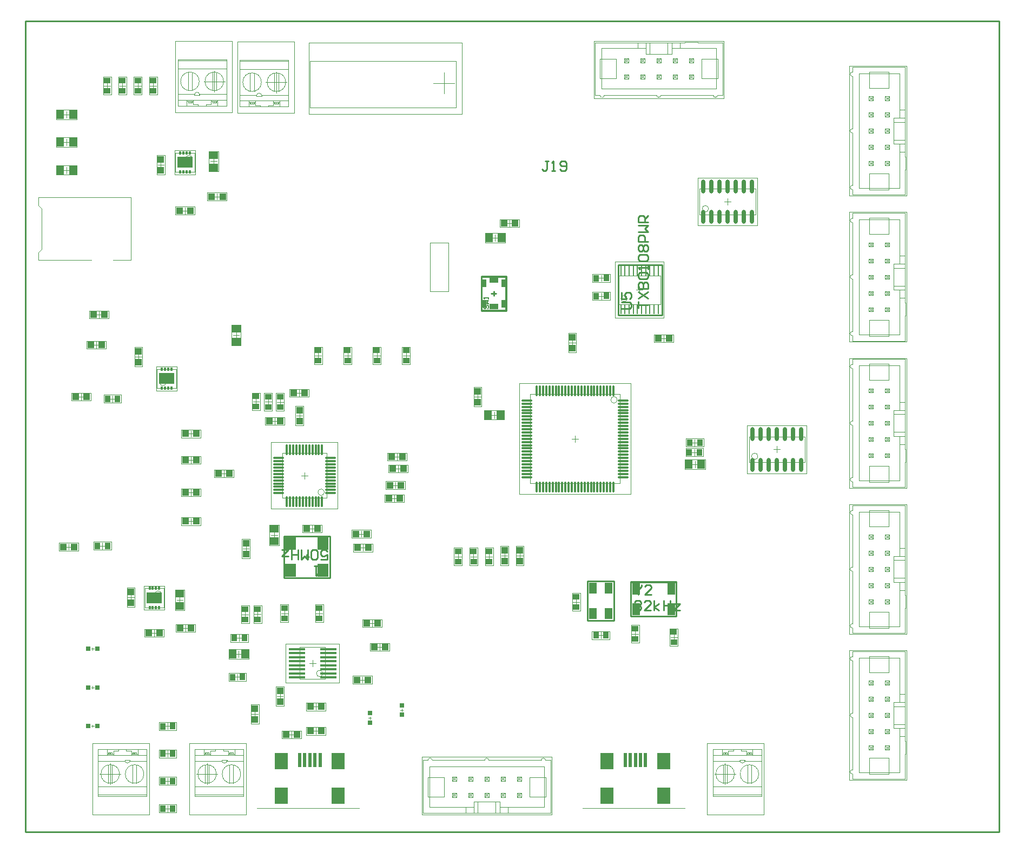
<source format=gtp>
%FSLAX25Y25*%
%MOIN*%
G70*
G01*
G75*
G04 Layer_Color=8421504*
%ADD10R,0.02953X0.04528*%
%ADD11R,0.05512X0.03740*%
%ADD12R,0.05118X0.07480*%
%ADD13R,0.01969X0.08858*%
%ADD14R,0.07874X0.09843*%
%ADD15R,0.04724X0.07087*%
%ADD16O,0.10039X0.01575*%
%ADD17R,0.00984X0.06102*%
%ADD18R,0.04331X0.03937*%
%ADD19R,0.03937X0.04331*%
%ADD20R,0.04528X0.05709*%
%ADD21R,0.05709X0.04528*%
%ADD22R,0.03740X0.03937*%
%ADD23R,0.03937X0.03740*%
%ADD24R,0.07087X0.07874*%
%ADD25O,0.01181X0.07087*%
%ADD26O,0.07087X0.01181*%
%ADD27O,0.02362X0.08661*%
%ADD28R,0.09370X0.06850*%
%ADD29R,0.01181X0.02165*%
%ADD30R,0.03150X0.03150*%
%ADD31R,0.03150X0.03150*%
%ADD32C,0.01000*%
%ADD33C,0.00800*%
%ADD34C,0.00394*%
%ADD35C,0.00600*%
%ADD36C,0.00197*%
%ADD37C,0.00300*%
%ADD38C,0.00039*%
%ADD39C,0.26000*%
%ADD40C,0.07000*%
%ADD41O,0.16000X0.08000*%
%ADD42C,0.12600*%
%ADD43R,0.05906X0.05906*%
%ADD44C,0.05906*%
%ADD45C,0.11614*%
%ADD46R,0.05906X0.05906*%
%ADD47C,0.05906*%
%ADD48C,0.06000*%
%ADD49O,0.08000X0.06800*%
G04:AMPARAMS|DCode=50|XSize=80mil|YSize=68mil|CornerRadius=8.5mil|HoleSize=0mil|Usage=FLASHONLY|Rotation=180.000|XOffset=0mil|YOffset=0mil|HoleType=Round|Shape=RoundedRectangle|*
%AMROUNDEDRECTD50*
21,1,0.08000,0.05100,0,0,180.0*
21,1,0.06300,0.06800,0,0,180.0*
1,1,0.01700,-0.03150,0.02550*
1,1,0.01700,0.03150,0.02550*
1,1,0.01700,0.03150,-0.02550*
1,1,0.01700,-0.03150,-0.02550*
%
%ADD50ROUNDEDRECTD50*%
%ADD51C,0.08000*%
%ADD52O,0.06800X0.08000*%
G04:AMPARAMS|DCode=53|XSize=80mil|YSize=68mil|CornerRadius=8.5mil|HoleSize=0mil|Usage=FLASHONLY|Rotation=270.000|XOffset=0mil|YOffset=0mil|HoleType=Round|Shape=RoundedRectangle|*
%AMROUNDEDRECTD53*
21,1,0.08000,0.05100,0,0,270.0*
21,1,0.06300,0.06800,0,0,270.0*
1,1,0.01700,-0.02550,-0.03150*
1,1,0.01700,-0.02550,0.03150*
1,1,0.01700,0.02550,0.03150*
1,1,0.01700,0.02550,-0.03150*
%
%ADD53ROUNDEDRECTD53*%
%ADD54C,0.07500*%
G04:AMPARAMS|DCode=55|XSize=75mil|YSize=75mil|CornerRadius=9.38mil|HoleSize=0mil|Usage=FLASHONLY|Rotation=180.000|XOffset=0mil|YOffset=0mil|HoleType=Round|Shape=RoundedRectangle|*
%AMROUNDEDRECTD55*
21,1,0.07500,0.05625,0,0,180.0*
21,1,0.05625,0.07500,0,0,180.0*
1,1,0.01875,-0.02813,0.02813*
1,1,0.01875,0.02813,0.02813*
1,1,0.01875,0.02813,-0.02813*
1,1,0.01875,-0.02813,-0.02813*
%
%ADD55ROUNDEDRECTD55*%
G04:AMPARAMS|DCode=56|XSize=100mil|YSize=100mil|CornerRadius=12.5mil|HoleSize=0mil|Usage=FLASHONLY|Rotation=90.000|XOffset=0mil|YOffset=0mil|HoleType=Round|Shape=RoundedRectangle|*
%AMROUNDEDRECTD56*
21,1,0.10000,0.07500,0,0,90.0*
21,1,0.07500,0.10000,0,0,90.0*
1,1,0.02500,0.03750,0.03750*
1,1,0.02500,0.03750,-0.03750*
1,1,0.02500,-0.03750,-0.03750*
1,1,0.02500,-0.03750,0.03750*
%
%ADD56ROUNDEDRECTD56*%
%ADD57C,0.10000*%
%ADD58O,0.11811X0.10236*%
%ADD59O,0.10236X0.11811*%
%ADD60C,0.03000*%
%ADD61C,0.00984*%
%ADD62C,0.02362*%
%ADD63C,0.00500*%
%ADD64C,0.00200*%
%ADD65C,0.00787*%
D10*
X294704Y325799D02*
D03*
Y338201D02*
D03*
X282696Y338202D02*
D03*
Y325800D02*
D03*
D11*
X288700Y340169D02*
D03*
Y323831D02*
D03*
D12*
X376373Y149999D02*
D03*
X398027D02*
D03*
Y137401D02*
D03*
X376373D02*
D03*
D13*
X169101Y44212D02*
D03*
X172250D02*
D03*
X175400D02*
D03*
X178550D02*
D03*
X181699D02*
D03*
X369701D02*
D03*
X372850D02*
D03*
X376000D02*
D03*
X379150D02*
D03*
X382299D02*
D03*
D14*
X157880Y43719D02*
D03*
Y22263D02*
D03*
X192920Y43719D02*
D03*
Y22263D02*
D03*
X358480Y43719D02*
D03*
Y22263D02*
D03*
X393520Y43719D02*
D03*
Y22263D02*
D03*
D15*
X349899Y150300D02*
D03*
Y134552D02*
D03*
X359349D02*
D03*
Y150300D02*
D03*
D16*
X167553Y112750D02*
D03*
Y110250D02*
D03*
Y107750D02*
D03*
Y105250D02*
D03*
Y102750D02*
D03*
Y100250D02*
D03*
Y97750D02*
D03*
Y95250D02*
D03*
X186647Y112750D02*
D03*
Y110250D02*
D03*
Y107750D02*
D03*
Y105250D02*
D03*
Y102750D02*
D03*
Y100250D02*
D03*
Y97750D02*
D03*
Y95250D02*
D03*
D17*
X367001Y322383D02*
D03*
X369560D02*
D03*
X372119D02*
D03*
X374678D02*
D03*
X377237D02*
D03*
X379796D02*
D03*
X382355D02*
D03*
X384914D02*
D03*
X387473D02*
D03*
X390032D02*
D03*
X367001Y346006D02*
D03*
X369560D02*
D03*
X372119D02*
D03*
X374678D02*
D03*
X377237D02*
D03*
X379796D02*
D03*
X382355D02*
D03*
X384914D02*
D03*
X387473D02*
D03*
X390032D02*
D03*
D18*
X98654Y229400D02*
D03*
X105347D02*
D03*
X98654Y245500D02*
D03*
X105347D02*
D03*
X98654Y191500D02*
D03*
X105347D02*
D03*
X98654Y209300D02*
D03*
X105347D02*
D03*
X232447Y231400D02*
D03*
X225753D02*
D03*
X31054Y268300D02*
D03*
X37747D02*
D03*
X23453Y175800D02*
D03*
X30147D02*
D03*
X231546Y213800D02*
D03*
X224853D02*
D03*
X233047Y223900D02*
D03*
X226354D02*
D03*
X230747Y205600D02*
D03*
X224054D02*
D03*
X119153Y221000D02*
D03*
X125847D02*
D03*
X150354Y253300D02*
D03*
X157046D02*
D03*
X180046Y186900D02*
D03*
X173354D02*
D03*
X211446Y175200D02*
D03*
X204753D02*
D03*
X210447Y183800D02*
D03*
X203753D02*
D03*
X172046Y270700D02*
D03*
X165354D02*
D03*
X215253Y113900D02*
D03*
X221947D02*
D03*
X204554Y93800D02*
D03*
X211246D02*
D03*
X175854Y77200D02*
D03*
X182546D02*
D03*
X167546Y60000D02*
D03*
X160854D02*
D03*
X210554Y128600D02*
D03*
X217247D02*
D03*
X175854Y62200D02*
D03*
X182546D02*
D03*
X295054Y375300D02*
D03*
X301747D02*
D03*
X396847Y304300D02*
D03*
X390154D02*
D03*
X114953Y391800D02*
D03*
X121646D02*
D03*
X95454Y125700D02*
D03*
X102146D02*
D03*
X40453Y300300D02*
D03*
X47146D02*
D03*
X42153Y319000D02*
D03*
X48847D02*
D03*
X101946Y383100D02*
D03*
X95253D02*
D03*
X82846Y122600D02*
D03*
X76153D02*
D03*
D19*
X136000Y171353D02*
D03*
Y178047D02*
D03*
X169000Y253254D02*
D03*
Y259946D02*
D03*
X157000Y87046D02*
D03*
Y80353D02*
D03*
X141600Y69153D02*
D03*
Y75846D02*
D03*
X337100Y304847D02*
D03*
Y298153D02*
D03*
X278800Y271547D02*
D03*
Y264854D02*
D03*
X69800Y296247D02*
D03*
Y289553D02*
D03*
X83631Y414578D02*
D03*
Y407885D02*
D03*
X65200Y147846D02*
D03*
Y141154D02*
D03*
X295325Y166954D02*
D03*
Y173646D02*
D03*
X304900Y166954D02*
D03*
Y173646D02*
D03*
D20*
X135537Y109600D02*
D03*
X127663D02*
D03*
X293537Y366400D02*
D03*
X285663D02*
D03*
X416637Y226700D02*
D03*
X408763D02*
D03*
X292937Y257100D02*
D03*
X285063D02*
D03*
X29437Y425200D02*
D03*
X21563D02*
D03*
X29437Y442300D02*
D03*
X21563D02*
D03*
X29437Y408100D02*
D03*
X21563D02*
D03*
D21*
X153500Y179163D02*
D03*
Y187037D02*
D03*
X130000Y302363D02*
D03*
Y310237D02*
D03*
X116131Y409594D02*
D03*
Y417469D02*
D03*
X95300Y139163D02*
D03*
Y147037D02*
D03*
D22*
X56950Y267100D02*
D03*
X50650Y267000D02*
D03*
X50750Y176400D02*
D03*
X44450Y176300D02*
D03*
X135050Y119600D02*
D03*
X128750Y119500D02*
D03*
X133950Y95500D02*
D03*
X127650Y95400D02*
D03*
X358150Y341500D02*
D03*
X351850Y341400D02*
D03*
X351950Y330400D02*
D03*
X358250Y330500D02*
D03*
X351650Y121300D02*
D03*
X357950Y121400D02*
D03*
X415650Y240000D02*
D03*
X409350Y239900D02*
D03*
X415550Y234100D02*
D03*
X409250Y234000D02*
D03*
X90950Y31333D02*
D03*
X84650Y31233D02*
D03*
X90950Y14400D02*
D03*
X84650Y14300D02*
D03*
X90950Y65200D02*
D03*
X84650Y65100D02*
D03*
X90950Y48267D02*
D03*
X84650Y48167D02*
D03*
D23*
X135500Y137150D02*
D03*
X135600Y130850D02*
D03*
X157100Y261950D02*
D03*
X157000Y268250D02*
D03*
X149800Y262050D02*
D03*
X149700Y268350D02*
D03*
X142300Y262250D02*
D03*
X142200Y268550D02*
D03*
X266700Y172850D02*
D03*
X266800Y166550D02*
D03*
X181200Y137850D02*
D03*
X181300Y131550D02*
D03*
X159700Y137850D02*
D03*
X159800Y131550D02*
D03*
X143200Y137350D02*
D03*
X143300Y131050D02*
D03*
X399700Y116850D02*
D03*
X399600Y123150D02*
D03*
X339600Y138650D02*
D03*
X339500Y144950D02*
D03*
X375900Y118950D02*
D03*
X375800Y125250D02*
D03*
X216733Y290550D02*
D03*
X216633Y296850D02*
D03*
X198667Y290550D02*
D03*
X198567Y296850D02*
D03*
X180600Y290550D02*
D03*
X180500Y296850D02*
D03*
X234800Y290550D02*
D03*
X234700Y296850D02*
D03*
X276275Y172850D02*
D03*
X276375Y166550D02*
D03*
X285850Y172850D02*
D03*
X285950Y166550D02*
D03*
X78900Y456950D02*
D03*
X78800Y463250D02*
D03*
X69433Y456950D02*
D03*
X69333Y463250D02*
D03*
X59967Y456950D02*
D03*
X59867Y463250D02*
D03*
X50500Y456950D02*
D03*
X50400Y463250D02*
D03*
D24*
X183600Y161332D02*
D03*
X163600D02*
D03*
Y177868D02*
D03*
X183600D02*
D03*
D25*
X362422Y272124D02*
D03*
X360454D02*
D03*
X358485D02*
D03*
X356517D02*
D03*
X354548D02*
D03*
X352579D02*
D03*
X350611D02*
D03*
X348642D02*
D03*
X346674D02*
D03*
X344706D02*
D03*
X342737D02*
D03*
X340769D02*
D03*
X338800D02*
D03*
X336831D02*
D03*
X334863D02*
D03*
X332894D02*
D03*
X330926D02*
D03*
X328958D02*
D03*
X326989D02*
D03*
X325021D02*
D03*
X323052D02*
D03*
X321083D02*
D03*
X319115D02*
D03*
X317146D02*
D03*
X315178D02*
D03*
Y212676D02*
D03*
X317146D02*
D03*
X319115D02*
D03*
X321083D02*
D03*
X323052D02*
D03*
X325021D02*
D03*
X326989D02*
D03*
X328958D02*
D03*
X330926D02*
D03*
X332894D02*
D03*
X334863D02*
D03*
X336831D02*
D03*
X338800D02*
D03*
X340769D02*
D03*
X342737D02*
D03*
X344706D02*
D03*
X346674D02*
D03*
X348642D02*
D03*
X350611D02*
D03*
X352579D02*
D03*
X354548D02*
D03*
X356517D02*
D03*
X358485D02*
D03*
X360454D02*
D03*
X362422D02*
D03*
X182927Y203755D02*
D03*
X180958D02*
D03*
X178990D02*
D03*
X177021D02*
D03*
X175053D02*
D03*
X173084D02*
D03*
X171116D02*
D03*
X169147D02*
D03*
X167179D02*
D03*
X165210D02*
D03*
X163242D02*
D03*
X161273D02*
D03*
Y235645D02*
D03*
X163242D02*
D03*
X165210D02*
D03*
X167179D02*
D03*
X169147D02*
D03*
X171116D02*
D03*
X173084D02*
D03*
X175053D02*
D03*
X177021D02*
D03*
X178990D02*
D03*
X180958D02*
D03*
X182927D02*
D03*
D26*
X309076Y266022D02*
D03*
Y264054D02*
D03*
Y262085D02*
D03*
Y260117D02*
D03*
Y258148D02*
D03*
Y256179D02*
D03*
Y254211D02*
D03*
Y252242D02*
D03*
Y250274D02*
D03*
Y248306D02*
D03*
Y246337D02*
D03*
Y244369D02*
D03*
Y242400D02*
D03*
Y240431D02*
D03*
Y238463D02*
D03*
Y236494D02*
D03*
Y234526D02*
D03*
Y232558D02*
D03*
Y230589D02*
D03*
Y228621D02*
D03*
Y226652D02*
D03*
Y224683D02*
D03*
Y222715D02*
D03*
Y220746D02*
D03*
Y218778D02*
D03*
X368524D02*
D03*
Y220746D02*
D03*
Y222715D02*
D03*
Y224683D02*
D03*
Y226652D02*
D03*
Y228621D02*
D03*
Y230589D02*
D03*
Y232558D02*
D03*
Y234526D02*
D03*
Y236494D02*
D03*
Y238463D02*
D03*
Y240431D02*
D03*
Y242400D02*
D03*
Y244369D02*
D03*
Y246337D02*
D03*
Y248306D02*
D03*
Y250274D02*
D03*
Y252242D02*
D03*
Y254211D02*
D03*
Y256179D02*
D03*
Y258148D02*
D03*
Y260117D02*
D03*
Y262085D02*
D03*
Y264054D02*
D03*
Y266022D02*
D03*
X156155Y208873D02*
D03*
Y210842D02*
D03*
Y212810D02*
D03*
Y214779D02*
D03*
Y216747D02*
D03*
Y218716D02*
D03*
Y220684D02*
D03*
Y222653D02*
D03*
Y224621D02*
D03*
Y226590D02*
D03*
Y228558D02*
D03*
Y230527D02*
D03*
X188045D02*
D03*
Y228558D02*
D03*
Y226590D02*
D03*
Y224621D02*
D03*
Y222653D02*
D03*
Y220684D02*
D03*
Y218716D02*
D03*
Y216747D02*
D03*
Y214779D02*
D03*
Y212810D02*
D03*
Y210842D02*
D03*
Y208873D02*
D03*
D27*
X448200Y226451D02*
D03*
X453200D02*
D03*
X458200D02*
D03*
X463200D02*
D03*
X468200D02*
D03*
X473200D02*
D03*
X478200D02*
D03*
X448200Y245349D02*
D03*
X453200D02*
D03*
X458200D02*
D03*
X463200D02*
D03*
X468200D02*
D03*
X473200D02*
D03*
X478200D02*
D03*
X417800Y379151D02*
D03*
X422800D02*
D03*
X427800D02*
D03*
X432800D02*
D03*
X437800D02*
D03*
X442800D02*
D03*
X447800D02*
D03*
X417800Y398049D02*
D03*
X422800D02*
D03*
X427800D02*
D03*
X432800D02*
D03*
X437800D02*
D03*
X442800D02*
D03*
X447800D02*
D03*
D28*
X87200Y279500D02*
D03*
X98532Y412831D02*
D03*
X79600Y144300D02*
D03*
D29*
X90153Y285405D02*
D03*
X88184D02*
D03*
X86216D02*
D03*
X84247D02*
D03*
X90153Y273594D02*
D03*
X88184D02*
D03*
X86216D02*
D03*
X84247D02*
D03*
X95579Y406926D02*
D03*
X97547D02*
D03*
X99516D02*
D03*
X101484D02*
D03*
X95579Y418737D02*
D03*
X97547D02*
D03*
X99516D02*
D03*
X101484D02*
D03*
X76647Y138394D02*
D03*
X78616D02*
D03*
X80584D02*
D03*
X82553D02*
D03*
X76647Y150206D02*
D03*
X78616D02*
D03*
X80584D02*
D03*
X82553D02*
D03*
D30*
X232000Y78053D02*
D03*
Y72147D02*
D03*
X212400Y73153D02*
D03*
Y67247D02*
D03*
D31*
X38647Y65300D02*
D03*
X44553D02*
D03*
X38647Y112900D02*
D03*
X44553D02*
D03*
X38647Y89100D02*
D03*
X44553D02*
D03*
D32*
X0Y0D02*
X600000D01*
Y500000D01*
X0D02*
X600000D01*
X0Y0D02*
Y500000D01*
X281121Y321370D02*
X296574D01*
X296476Y321468D02*
X296574Y321370D01*
X296476Y321468D02*
Y342630D01*
X296377Y342531D02*
X296476Y342630D01*
X281121Y342531D02*
X296377D01*
X281023Y342433D02*
X281121Y342531D01*
X281023Y321468D02*
Y342433D01*
X373125Y132972D02*
X401176D01*
X373125D02*
Y154232D01*
X401176Y132972D02*
Y154232D01*
X373125D02*
X401176D01*
X392417Y318794D02*
Y349394D01*
X388316Y318694D02*
X392317D01*
X365417D02*
X388316D01*
X369416Y349495D02*
X392317D01*
X365417D02*
X369416D01*
X365317Y349394D02*
X365417Y349495D01*
X365317Y318794D02*
Y349394D01*
X159624Y156608D02*
X187872D01*
Y182100D01*
X159525Y156805D02*
Y182297D01*
X187773D01*
X375586Y141710D02*
X376586Y142710D01*
X378585D01*
X379585Y141710D01*
Y140710D01*
X378585Y139711D01*
X377585D01*
X378585D01*
X379585Y138711D01*
Y137712D01*
X378585Y136712D01*
X376586D01*
X375586Y137712D01*
X385583Y136712D02*
X381584D01*
X385583Y140710D01*
Y141710D01*
X384583Y142710D01*
X382584D01*
X381584Y141710D01*
X387582Y136712D02*
Y142710D01*
Y138711D02*
X390581Y140710D01*
X387582Y138711D02*
X390581Y136712D01*
X393580Y142710D02*
Y136712D01*
Y139711D01*
X397579D01*
Y142710D01*
Y136712D01*
X399578Y140710D02*
X403577D01*
X399578Y136712D01*
X403577D01*
X375881Y152356D02*
Y151356D01*
X377881Y149356D01*
X379880Y151356D01*
Y152356D01*
X377881Y149356D02*
Y146358D01*
X385878D02*
X381879D01*
X385878Y150356D01*
Y151356D01*
X384878Y152356D01*
X382879D01*
X381879Y151356D01*
X377919Y323095D02*
Y327093D01*
Y325094D01*
X383916D01*
X377919Y329093D02*
X383916Y333091D01*
X377919D02*
X383916Y329093D01*
X377919Y335091D02*
X383916D01*
Y338090D01*
X382917Y339089D01*
X381917D01*
X380918Y338090D01*
Y335091D01*
Y338090D01*
X379918Y339089D01*
X378918D01*
X377919Y338090D01*
Y335091D01*
X378918Y341089D02*
X377919Y342088D01*
Y344088D01*
X378918Y345087D01*
X382917D01*
X383916Y344088D01*
Y342088D01*
X382917Y341089D01*
X378918D01*
X383916Y347087D02*
Y349086D01*
Y348086D01*
X377919D01*
X378918Y347087D01*
Y352085D02*
X377919Y353085D01*
Y355084D01*
X378918Y356084D01*
X382917D01*
X383916Y355084D01*
Y353085D01*
X382917Y352085D01*
X378918D01*
Y358083D02*
X377919Y359083D01*
Y361082D01*
X378918Y362082D01*
X379918D01*
X380918Y361082D01*
X381917Y362082D01*
X382917D01*
X383916Y361082D01*
Y359083D01*
X382917Y358083D01*
X381917D01*
X380918Y359083D01*
X379918Y358083D01*
X378918D01*
X380918Y359083D02*
Y361082D01*
X383916Y364081D02*
X377919D01*
Y367080D01*
X378918Y368080D01*
X380918D01*
X381917Y367080D01*
Y364081D01*
X377919Y370079D02*
X383916D01*
X381917Y372079D01*
X383916Y374078D01*
X377919D01*
X383916Y376077D02*
X377919D01*
Y379076D01*
X378918Y380076D01*
X380918D01*
X381917Y379076D01*
Y376077D01*
Y378077D02*
X383916Y380076D01*
X367419Y322694D02*
X372417D01*
X373416Y323694D01*
Y325693D01*
X372417Y326693D01*
X367419D01*
Y332691D02*
Y328693D01*
X370417D01*
X369418Y330692D01*
Y331692D01*
X370417Y332691D01*
X372417D01*
X373416Y331692D01*
Y329692D01*
X372417Y328693D01*
X182200Y167933D02*
X186198D01*
Y170932D01*
X184199Y169932D01*
X183199D01*
X182200Y170932D01*
Y172931D01*
X183199Y173931D01*
X185199D01*
X186198Y172931D01*
X180200Y168932D02*
X179201Y167933D01*
X177201D01*
X176202Y168932D01*
Y172931D01*
X177201Y173931D01*
X179201D01*
X180200Y172931D01*
Y168932D01*
X174202Y173931D02*
Y167933D01*
X172203Y169932D01*
X170204Y167933D01*
Y173931D01*
X168204Y167933D02*
Y173931D01*
Y170932D01*
X164206D01*
Y167933D01*
Y173931D01*
X162206Y169932D02*
X158207D01*
X162206Y173931D01*
X158207D01*
X186100Y158090D02*
Y159090D01*
X184101Y161089D01*
X182101Y159090D01*
Y158090D01*
X184101Y161089D02*
Y164088D01*
X180102D02*
X178103D01*
X179102D01*
Y158090D01*
X180102Y159090D01*
X322599Y413798D02*
X320599D01*
X321599D01*
Y408800D01*
X320599Y407800D01*
X319600D01*
X318600Y408800D01*
X324598Y407800D02*
X326597D01*
X325598D01*
Y413798D01*
X324598Y412798D01*
X329596Y408800D02*
X330596Y407800D01*
X332595D01*
X333595Y408800D01*
Y412798D01*
X332595Y413798D01*
X330596D01*
X329596Y412798D01*
Y411799D01*
X330596Y410799D01*
X333595D01*
X288700Y330622D02*
Y333378D01*
X287224Y332000D02*
X290176D01*
X281023Y321567D02*
X296279D01*
Y342236D01*
X281023D02*
X296279D01*
X281023Y321567D02*
Y342236D01*
X373125Y154133D02*
X401176D01*
Y132873D02*
Y153936D01*
X373125Y132873D02*
Y154133D01*
Y132873D02*
X401176D01*
X362700Y130200D02*
Y154700D01*
X346600D02*
X362700D01*
X346600Y130200D02*
X362700D01*
X346600D02*
Y154700D01*
X172222Y169600D02*
X174781D01*
X173600Y168419D02*
Y170978D01*
X159427Y182297D02*
X187773D01*
X159427Y156706D02*
Y182297D01*
X187773Y156706D02*
Y182297D01*
X159427Y156706D02*
X187773D01*
D34*
X231213Y75100D02*
X232787D01*
X232000Y74313D02*
Y75887D01*
X211613Y70200D02*
X213187D01*
X212400Y69413D02*
Y70987D01*
X41600Y64513D02*
Y66087D01*
X40813Y65300D02*
X42387D01*
X41600Y112113D02*
Y113687D01*
X40813Y112900D02*
X42387D01*
X41600Y88313D02*
Y89887D01*
X40813Y89100D02*
X42387D01*
X183379Y97701D02*
G03*
X183379Y97701I-1969J0D01*
G01*
X371036Y328879D02*
G03*
X371036Y328879I-1969J0D01*
G01*
X364784Y266416D02*
G03*
X364784Y266416I-1969J0D01*
G01*
X451487Y231569D02*
G03*
X451487Y231569I-1969J0D01*
G01*
X86806Y277138D02*
G03*
X86806Y277138I-1969J0D01*
G01*
X102862Y415194D02*
G03*
X102862Y415194I-1969J0D01*
G01*
X83931Y146662D02*
G03*
X83931Y146662I-1969J0D01*
G01*
X184305Y209464D02*
G03*
X184305Y209464I-1969J0D01*
G01*
X421087Y384269D02*
G03*
X421087Y384269I-1969J0D01*
G01*
X169246Y113842D02*
X184954D01*
X169246Y94157D02*
X184954D01*
X169246D02*
Y113842D01*
X184954Y94157D02*
Y113842D01*
X365524Y325336D02*
X391509D01*
X365524Y343053D02*
X391509D01*
X365524Y325336D02*
Y343053D01*
X391509Y325336D02*
Y343053D01*
X311241Y269959D02*
X366359D01*
X311241Y214841D02*
X366359D01*
Y269959D01*
X311241Y214841D02*
Y269959D01*
X445976Y228026D02*
X480424D01*
X445976Y243774D02*
X480424D01*
X445976Y228026D02*
Y243774D01*
X480424Y228026D02*
Y243774D01*
X93106Y273594D02*
Y285405D01*
X81295Y273594D02*
Y285405D01*
X93106D01*
X81295Y273594D02*
X93106D01*
X92626Y406926D02*
Y418737D01*
X104437Y406926D02*
Y418737D01*
X92626Y406926D02*
X104437D01*
X92626Y418737D02*
X104437D01*
X73694Y138394D02*
Y150206D01*
X85505Y138394D02*
Y150206D01*
X73694Y138394D02*
X85505D01*
X73694Y150206D02*
X85505D01*
X158320Y233479D02*
X185880D01*
X158320Y205921D02*
X185880D01*
X158320D02*
Y233479D01*
X185880Y205921D02*
Y233479D01*
X415576Y380726D02*
X450024D01*
X415576Y396474D02*
X450024D01*
X415576Y380726D02*
Y396474D01*
X450024Y380726D02*
Y396474D01*
X177100Y102032D02*
Y105968D01*
X175131Y104000D02*
X179069D01*
X363556Y316872D02*
X393477D01*
X363556Y351517D02*
X393477D01*
X363556Y316872D02*
Y351517D01*
X393477Y316872D02*
Y351517D01*
X378517Y332226D02*
Y336163D01*
X376548Y334194D02*
X380485D01*
X102000Y227432D02*
Y231368D01*
X100031Y229400D02*
X103969D01*
X108000Y227000D02*
Y231800D01*
X96000Y227000D02*
X108000D01*
X96000Y231800D02*
X108000D01*
X96000Y227000D02*
Y231800D01*
X102000Y243531D02*
Y247468D01*
X100031Y245500D02*
X103969D01*
X108000Y243100D02*
Y247900D01*
X96000Y243100D02*
X108000D01*
X96000Y247900D02*
X108000D01*
X96000Y243100D02*
Y247900D01*
X102000Y189532D02*
Y193468D01*
X100031Y191500D02*
X103969D01*
X108000Y189100D02*
Y193900D01*
X96000Y189100D02*
X108000D01*
X96000Y193900D02*
X108000D01*
X96000Y189100D02*
Y193900D01*
X102000Y207331D02*
Y211268D01*
X100031Y209300D02*
X103969D01*
X108000Y206900D02*
Y211700D01*
X96000Y206900D02*
X108000D01*
X96000Y211700D02*
X108000D01*
X96000Y206900D02*
Y211700D01*
X229100Y229432D02*
Y233368D01*
X227132Y231400D02*
X231068D01*
X223100Y229000D02*
Y233800D01*
X235100D01*
X223100Y229000D02*
X235100D01*
Y233800D01*
X34400Y266332D02*
Y270269D01*
X32432Y268300D02*
X36369D01*
X40400Y265900D02*
Y270700D01*
X28400Y265900D02*
X40400D01*
X28400Y270700D02*
X40400D01*
X28400Y265900D02*
Y270700D01*
X26800Y173831D02*
Y177769D01*
X24832Y175800D02*
X28769D01*
X32800Y173400D02*
Y178200D01*
X20800Y173400D02*
X32800D01*
X20800Y178200D02*
X32800D01*
X20800Y173400D02*
Y178200D01*
X228200Y211831D02*
Y215769D01*
X226232Y213800D02*
X230169D01*
X222200Y211400D02*
Y216200D01*
X234200D01*
X222200Y211400D02*
X234200D01*
Y216200D01*
X229700Y221932D02*
Y225869D01*
X227731Y223900D02*
X231668D01*
X223700Y221500D02*
Y226300D01*
X235700D01*
X223700Y221500D02*
X235700D01*
Y226300D01*
X227400Y203631D02*
Y207569D01*
X225431Y205600D02*
X229368D01*
X221400Y203200D02*
Y208000D01*
X233400D01*
X221400Y203200D02*
X233400D01*
Y208000D01*
X122500Y219032D02*
Y222969D01*
X120531Y221000D02*
X124469D01*
X128500Y218600D02*
Y223400D01*
X116500Y218600D02*
X128500D01*
X116500Y223400D02*
X128500D01*
X116500Y218600D02*
Y223400D01*
X153700Y251331D02*
Y255269D01*
X151732Y253300D02*
X155668D01*
X159700Y250900D02*
Y255700D01*
X147700Y250900D02*
X159700D01*
X147700Y255700D02*
X159700D01*
X147700Y250900D02*
Y255700D01*
X176700Y184932D02*
Y188868D01*
X174732Y186900D02*
X178668D01*
X170700Y184500D02*
Y189300D01*
X182700D01*
X170700Y184500D02*
X182700D01*
Y189300D01*
X208100Y173231D02*
Y177169D01*
X206132Y175200D02*
X210068D01*
X202100Y172800D02*
Y177600D01*
X214100D01*
X202100Y172800D02*
X214100D01*
Y177600D01*
X207100Y181832D02*
Y185768D01*
X205132Y183800D02*
X209068D01*
X201100Y181400D02*
Y186200D01*
X213100D01*
X201100Y181400D02*
X213100D01*
Y186200D01*
X134031Y174700D02*
X137969D01*
X136000Y172731D02*
Y176669D01*
X133600Y180700D02*
X138400D01*
Y168700D02*
Y180700D01*
X133600Y168700D02*
Y180700D01*
Y168700D02*
X138400D01*
X167032Y256600D02*
X170968D01*
X169000Y254631D02*
Y258569D01*
X166600Y262600D02*
X171400D01*
Y250600D02*
Y262600D01*
X166600Y250600D02*
Y262600D01*
Y250600D02*
X171400D01*
X168700Y268731D02*
Y272669D01*
X166732Y270700D02*
X170668D01*
X162700Y268300D02*
Y273100D01*
X174700D01*
X162700Y268300D02*
X174700D01*
Y273100D01*
X155032Y83700D02*
X158968D01*
X157000Y81731D02*
Y85668D01*
X154600Y77700D02*
X159400D01*
X154600D02*
Y89700D01*
X159400Y77700D02*
Y89700D01*
X154600D02*
X159400D01*
X218600Y111932D02*
Y115868D01*
X216632Y113900D02*
X220568D01*
X224600Y111500D02*
Y116300D01*
X212600Y111500D02*
X224600D01*
X212600Y116300D02*
X224600D01*
X212600Y111500D02*
Y116300D01*
X207900Y91831D02*
Y95768D01*
X205931Y93800D02*
X209869D01*
X213900Y91400D02*
Y96200D01*
X201900Y91400D02*
X213900D01*
X201900Y96200D02*
X213900D01*
X201900Y91400D02*
Y96200D01*
X179200Y75231D02*
Y79168D01*
X177232Y77200D02*
X181168D01*
X185200Y74800D02*
Y79600D01*
X173200Y74800D02*
X185200D01*
X173200Y79600D02*
X185200D01*
X173200Y74800D02*
Y79600D01*
X164200Y58031D02*
Y61968D01*
X162232Y60000D02*
X166168D01*
X158200Y57600D02*
Y62400D01*
X170200D01*
X158200Y57600D02*
X170200D01*
Y62400D01*
X213900Y126631D02*
Y130569D01*
X211931Y128600D02*
X215868D01*
X219900Y126200D02*
Y131000D01*
X207900Y126200D02*
X219900D01*
X207900Y131000D02*
X219900D01*
X207900Y126200D02*
Y131000D01*
X139631Y72500D02*
X143569D01*
X141600Y70531D02*
Y74468D01*
X139200Y78500D02*
X144000D01*
Y66500D02*
Y78500D01*
X139200Y66500D02*
Y78500D01*
Y66500D02*
X144000D01*
X179200Y60232D02*
Y64169D01*
X177232Y62200D02*
X181168D01*
X185200Y59800D02*
Y64600D01*
X173200Y59800D02*
X185200D01*
X173200Y64600D02*
X185200D01*
X173200Y59800D02*
Y64600D01*
X298400Y373331D02*
Y377269D01*
X296431Y375300D02*
X300368D01*
X304400Y372900D02*
Y377700D01*
X292400Y372900D02*
X304400D01*
X292400Y377700D02*
X304400D01*
X292400Y372900D02*
Y377700D01*
X335132Y301500D02*
X339069D01*
X337100Y299532D02*
Y303468D01*
X334700Y295500D02*
X339500D01*
X334700D02*
Y307500D01*
X339500Y295500D02*
Y307500D01*
X334700D02*
X339500D01*
X276832Y268200D02*
X280768D01*
X278800Y266231D02*
Y270168D01*
X276400Y262200D02*
X281200D01*
X276400D02*
Y274200D01*
X281200Y262200D02*
Y274200D01*
X276400D02*
X281200D01*
X393500Y302331D02*
Y306269D01*
X391531Y304300D02*
X395468D01*
X387500Y301900D02*
Y306700D01*
X399500D01*
X387500Y301900D02*
X399500D01*
Y306700D01*
X67831Y292900D02*
X71768D01*
X69800Y290932D02*
Y294868D01*
X67400Y286900D02*
X72200D01*
X67400D02*
Y298900D01*
X72200Y286900D02*
Y298900D01*
X67400D02*
X72200D01*
X118300Y389831D02*
Y393769D01*
X116332Y391800D02*
X120268D01*
X124300Y389400D02*
Y394200D01*
X112300Y389400D02*
X124300D01*
X112300Y394200D02*
X124300D01*
X112300Y389400D02*
Y394200D01*
X98800Y123732D02*
Y127668D01*
X96832Y125700D02*
X100768D01*
X104800Y123300D02*
Y128100D01*
X92800Y123300D02*
X104800D01*
X92800Y128100D02*
X104800D01*
X92800Y123300D02*
Y128100D01*
X43800Y298331D02*
Y302269D01*
X41831Y300300D02*
X45768D01*
X49800Y297900D02*
Y302700D01*
X37800Y297900D02*
X49800D01*
X37800Y302700D02*
X49800D01*
X37800Y297900D02*
Y302700D01*
X45500Y317032D02*
Y320969D01*
X43532Y319000D02*
X47469D01*
X51500Y316600D02*
Y321400D01*
X39500Y316600D02*
X51500D01*
X39500Y321400D02*
X51500D01*
X39500Y316600D02*
Y321400D01*
X98600Y381132D02*
Y385068D01*
X96631Y383100D02*
X100568D01*
X92600Y380700D02*
Y385500D01*
X104600D01*
X92600Y380700D02*
X104600D01*
Y385500D01*
X81663Y411232D02*
X85600D01*
X83631Y409263D02*
Y413200D01*
X81231Y405232D02*
X86032D01*
X81231D02*
Y417232D01*
X86032Y405232D02*
Y417232D01*
X81231D02*
X86032D01*
X79500Y120632D02*
Y124568D01*
X77531Y122600D02*
X81468D01*
X73500Y120200D02*
Y125000D01*
X85500D01*
X73500Y120200D02*
X85500D01*
Y125000D01*
X63231Y144500D02*
X67168D01*
X65200Y142532D02*
Y146468D01*
X62800Y138500D02*
X67600D01*
X62800D02*
Y150500D01*
X67600Y138500D02*
Y150500D01*
X62800D02*
X67600D01*
X293356Y170300D02*
X297293D01*
X295325Y168332D02*
Y172268D01*
X292925Y176300D02*
X297725D01*
Y164300D02*
Y176300D01*
X292925Y164300D02*
Y176300D01*
Y164300D02*
X297725D01*
X302931Y170300D02*
X306869D01*
X304900Y168332D02*
Y172268D01*
X302500Y176300D02*
X307300D01*
Y164300D02*
Y176300D01*
X302500Y164300D02*
Y176300D01*
Y164300D02*
X307300D01*
X137900Y106647D02*
Y112553D01*
X125400Y106647D02*
Y112553D01*
Y106647D02*
X137900D01*
X125400Y112553D02*
X137900D01*
X129631Y109600D02*
X133569D01*
X131600Y107632D02*
Y111568D01*
X150547Y176800D02*
X156453D01*
X150547Y189300D02*
X156453D01*
X150547Y176800D02*
Y189300D01*
X156453Y176800D02*
Y189300D01*
X153500Y181131D02*
Y185069D01*
X151532Y183100D02*
X155468D01*
X295900Y363447D02*
Y369353D01*
X283400Y363447D02*
Y369353D01*
Y363447D02*
X295900D01*
X283400Y369353D02*
X295900D01*
X287632Y366400D02*
X291568D01*
X289600Y364432D02*
Y368369D01*
X419000Y223747D02*
Y229653D01*
X406500Y223747D02*
Y229653D01*
Y223747D02*
X419000D01*
X406500Y229653D02*
X419000D01*
X410732Y226700D02*
X414669D01*
X412700Y224731D02*
Y228668D01*
X295300Y254147D02*
Y260053D01*
X282800Y254147D02*
Y260053D01*
Y254147D02*
X295300D01*
X282800Y260053D02*
X295300D01*
X287032Y257100D02*
X290968D01*
X289000Y255132D02*
Y259068D01*
X127047Y300000D02*
X132953D01*
X127047Y312500D02*
X132953D01*
X127047Y300000D02*
Y312500D01*
X132953Y300000D02*
Y312500D01*
X130000Y304331D02*
Y308268D01*
X128032Y306300D02*
X131968D01*
X31800Y422247D02*
Y428153D01*
X19300Y422247D02*
Y428153D01*
Y422247D02*
X31800D01*
X19300Y428153D02*
X31800D01*
X23531Y425200D02*
X27468D01*
X25500Y423232D02*
Y427169D01*
X113179Y407232D02*
X119084D01*
X113179Y419732D02*
X119084D01*
X113179Y407232D02*
Y419732D01*
X119084Y407232D02*
Y419732D01*
X116131Y411563D02*
Y415500D01*
X114163Y413531D02*
X118100D01*
X31800Y439347D02*
Y445253D01*
X19300Y439347D02*
Y445253D01*
Y439347D02*
X31800D01*
X19300Y445253D02*
X31800D01*
X23531Y442300D02*
X27468D01*
X25500Y440332D02*
Y444269D01*
X92347Y136800D02*
X98253D01*
X92347Y149300D02*
X98253D01*
X92347Y136800D02*
Y149300D01*
X98253Y136800D02*
Y149300D01*
X95300Y141131D02*
Y145069D01*
X93331Y143100D02*
X97268D01*
X31800Y405147D02*
Y411053D01*
X19300Y405147D02*
Y411053D01*
Y405147D02*
X31800D01*
X19300Y411053D02*
X31800D01*
X23531Y408100D02*
X27468D01*
X25500Y406132D02*
Y410069D01*
X59300Y264600D02*
Y269600D01*
X48400Y264600D02*
Y269600D01*
Y264600D02*
X59300D01*
X48400Y269600D02*
X59300D01*
X51832Y267100D02*
X55769D01*
X53800Y265131D02*
Y269069D01*
X53100Y173900D02*
Y178900D01*
X42200Y173900D02*
Y178900D01*
Y173900D02*
X53100D01*
X42200Y178900D02*
X53100D01*
X45632Y176400D02*
X49569D01*
X47600Y174432D02*
Y178368D01*
X137400Y117100D02*
Y122100D01*
X126500Y117100D02*
Y122100D01*
Y117100D02*
X137400D01*
X126500Y122100D02*
X137400D01*
X129931Y119600D02*
X133869D01*
X131900Y117631D02*
Y121569D01*
X136300Y93000D02*
Y98000D01*
X125400Y93000D02*
Y98000D01*
Y93000D02*
X136300D01*
X125400Y98000D02*
X136300D01*
X128832Y95500D02*
X132768D01*
X130800Y93532D02*
Y97469D01*
X133000Y139500D02*
X138000D01*
X133000Y128600D02*
X138000D01*
Y139500D01*
X133000Y128600D02*
Y139500D01*
X135500Y132032D02*
Y135968D01*
X133531Y134000D02*
X137469D01*
X154600Y259600D02*
X159600D01*
X154600Y270500D02*
X159600D01*
X154600Y259600D02*
Y270500D01*
X159600Y259600D02*
Y270500D01*
X157100Y263131D02*
Y267069D01*
X155131Y265100D02*
X159069D01*
X147300Y259700D02*
X152300D01*
X147300Y270600D02*
X152300D01*
X147300Y259700D02*
Y270600D01*
X152300Y259700D02*
Y270600D01*
X149800Y263231D02*
Y267168D01*
X147831Y265200D02*
X151769D01*
X139800Y259900D02*
X144800D01*
X139800Y270800D02*
X144800D01*
X139800Y259900D02*
Y270800D01*
X144800Y259900D02*
Y270800D01*
X142300Y263432D02*
Y267369D01*
X140331Y265400D02*
X144269D01*
X264200Y175200D02*
X269200D01*
X264200Y164300D02*
X269200D01*
Y175200D01*
X264200Y164300D02*
Y175200D01*
X266700Y167731D02*
Y171669D01*
X264732Y169700D02*
X268669D01*
X178700Y140200D02*
X183700D01*
X178700Y129300D02*
X183700D01*
Y140200D01*
X178700Y129300D02*
Y140200D01*
X181200Y132731D02*
Y136669D01*
X179232Y134700D02*
X183168D01*
X157200Y140200D02*
X162200D01*
X157200Y129300D02*
X162200D01*
Y140200D01*
X157200Y129300D02*
Y140200D01*
X159700Y132731D02*
Y136669D01*
X157731Y134700D02*
X161669D01*
X140700Y139700D02*
X145700D01*
X140700Y128800D02*
X145700D01*
Y139700D01*
X140700Y128800D02*
Y139700D01*
X143200Y132231D02*
Y136169D01*
X141232Y134200D02*
X145168D01*
X360500Y339000D02*
Y344000D01*
X349600Y339000D02*
Y344000D01*
Y339000D02*
X360500D01*
X349600Y344000D02*
X360500D01*
X353031Y341500D02*
X356968D01*
X355000Y339531D02*
Y343468D01*
X349600Y327900D02*
Y332900D01*
X360500Y327900D02*
Y332900D01*
X349600D02*
X360500D01*
X349600Y327900D02*
X360500D01*
X353132Y330400D02*
X357068D01*
X355100Y328432D02*
Y332368D01*
X397200Y114500D02*
X402200D01*
X397200Y125400D02*
X402200D01*
X397200Y114500D02*
Y125400D01*
X402200Y114500D02*
Y125400D01*
X399700Y118032D02*
Y121968D01*
X397731Y120000D02*
X401669D01*
X337100Y136300D02*
X342100D01*
X337100Y147200D02*
X342100D01*
X337100Y136300D02*
Y147200D01*
X342100Y136300D02*
Y147200D01*
X339600Y139831D02*
Y143769D01*
X337632Y141800D02*
X341568D01*
X349300Y118800D02*
Y123800D01*
X360200Y118800D02*
Y123800D01*
X349300D02*
X360200D01*
X349300Y118800D02*
X360200D01*
X352832Y121300D02*
X356768D01*
X354800Y119332D02*
Y123268D01*
X373400Y116600D02*
X378400D01*
X373400Y127500D02*
X378400D01*
X373400Y116600D02*
Y127500D01*
X378400Y116600D02*
Y127500D01*
X375900Y120132D02*
Y124068D01*
X373932Y122100D02*
X377869D01*
X214233Y288200D02*
X219233D01*
X214233Y299100D02*
X219233D01*
X214233Y288200D02*
Y299100D01*
X219233Y288200D02*
Y299100D01*
X216733Y291732D02*
Y295669D01*
X214765Y293700D02*
X218702D01*
X196167Y288200D02*
X201167D01*
X196167Y299100D02*
X201167D01*
X196167Y288200D02*
Y299100D01*
X201167Y288200D02*
Y299100D01*
X198667Y291732D02*
Y295669D01*
X196698Y293700D02*
X200635D01*
X178100Y288200D02*
X183100D01*
X178100Y299100D02*
X183100D01*
X178100Y288200D02*
Y299100D01*
X183100Y288200D02*
Y299100D01*
X180600Y291732D02*
Y295669D01*
X178631Y293700D02*
X182569D01*
X232300Y288200D02*
X237300D01*
X232300Y299100D02*
X237300D01*
X232300Y288200D02*
Y299100D01*
X237300Y288200D02*
Y299100D01*
X234800Y291732D02*
Y295669D01*
X232832Y293700D02*
X236769D01*
X273775Y175200D02*
X278775D01*
X273775Y164300D02*
X278775D01*
Y175200D01*
X273775Y164300D02*
Y175200D01*
X276275Y167731D02*
Y171669D01*
X274307Y169700D02*
X278243D01*
X283350Y175200D02*
X288350D01*
X283350Y164300D02*
X288350D01*
Y175200D01*
X283350Y164300D02*
Y175200D01*
X285850Y167731D02*
Y171669D01*
X283881Y169700D02*
X287819D01*
X418000Y237500D02*
Y242500D01*
X407100Y237500D02*
Y242500D01*
Y237500D02*
X418000D01*
X407100Y242500D02*
X418000D01*
X410532Y240000D02*
X414468D01*
X412500Y238032D02*
Y241968D01*
X417900Y231600D02*
Y236600D01*
X407000Y231600D02*
Y236600D01*
Y231600D02*
X417900D01*
X407000Y236600D02*
X417900D01*
X410431Y234100D02*
X414368D01*
X412400Y232132D02*
Y236069D01*
X76400Y454600D02*
X81400D01*
X76400Y465500D02*
X81400D01*
X76400Y454600D02*
Y465500D01*
X81400Y454600D02*
Y465500D01*
X78900Y458132D02*
Y462069D01*
X76932Y460100D02*
X80869D01*
X66933Y454600D02*
X71933D01*
X66933Y465500D02*
X71933D01*
X66933Y454600D02*
Y465500D01*
X71933Y454600D02*
Y465500D01*
X69433Y458132D02*
Y462069D01*
X67465Y460100D02*
X71402D01*
X57467Y454600D02*
X62467D01*
X57467Y465500D02*
X62467D01*
X57467Y454600D02*
Y465500D01*
X62467Y454600D02*
Y465500D01*
X59967Y458132D02*
Y462069D01*
X57998Y460100D02*
X61935D01*
X48000Y454600D02*
X53000D01*
X48000Y465500D02*
X53000D01*
X48000Y454600D02*
Y465500D01*
X53000Y454600D02*
Y465500D01*
X50500Y458132D02*
Y462069D01*
X48531Y460100D02*
X52469D01*
X93300Y28833D02*
Y33833D01*
X82400Y28833D02*
Y33833D01*
Y28833D02*
X93300D01*
X82400Y33833D02*
X93300D01*
X85831Y31333D02*
X89768D01*
X87800Y29365D02*
Y33302D01*
X93300Y11900D02*
Y16900D01*
X82400Y11900D02*
Y16900D01*
Y11900D02*
X93300D01*
X82400Y16900D02*
X93300D01*
X85831Y14400D02*
X89768D01*
X87800Y12432D02*
Y16368D01*
X93300Y62700D02*
Y67700D01*
X82400Y62700D02*
Y67700D01*
Y62700D02*
X93300D01*
X82400Y67700D02*
X93300D01*
X85831Y65200D02*
X89768D01*
X87800Y63231D02*
Y67168D01*
X93300Y45767D02*
Y50767D01*
X82400Y45767D02*
Y50767D01*
Y45767D02*
X93300D01*
X82400Y50767D02*
X93300D01*
X85831Y48267D02*
X89768D01*
X87800Y46298D02*
Y50235D01*
X338800Y240431D02*
Y244369D01*
X336831Y242400D02*
X340769D01*
X444893Y221136D02*
X481507D01*
X444893Y250664D02*
X481507D01*
X444893Y221136D02*
Y250664D01*
X481507Y221136D02*
Y250664D01*
X463200Y233931D02*
Y237868D01*
X461232Y235900D02*
X465169D01*
X85232Y279500D02*
X89169D01*
X87200Y277532D02*
Y281469D01*
X96563Y412831D02*
X100500D01*
X98532Y410863D02*
Y414800D01*
X77631Y144300D02*
X81568D01*
X79600Y142332D02*
Y146268D01*
X172100Y217731D02*
Y221669D01*
X170132Y219700D02*
X174068D01*
X414493Y373836D02*
X451107D01*
X414493Y403364D02*
X451107D01*
X414493Y373836D02*
Y403364D01*
X451107Y373836D02*
Y403364D01*
X432800Y386631D02*
Y390568D01*
X430831Y388600D02*
X434768D01*
D35*
X283051Y324649D02*
X282551Y324149D01*
Y323149D01*
X283051Y322650D01*
X283551D01*
X284051Y323149D01*
Y324149D01*
X284551Y324649D01*
X285051D01*
X285550Y324149D01*
Y323149D01*
X285051Y322650D01*
X282551Y325649D02*
X285550D01*
X284551Y326648D01*
X285550Y327648D01*
X282551D01*
X285550Y328648D02*
Y329647D01*
Y329148D01*
X282551D01*
X283051Y328648D01*
D36*
X509700Y398700D02*
G03*
X509700Y396100I0J-1300D01*
G01*
Y433600D02*
G03*
X509700Y431000I0J-1300D01*
G01*
Y468500D02*
G03*
X509700Y465900I0J-1300D01*
G01*
Y128400D02*
G03*
X509700Y125800I0J-1300D01*
G01*
Y163300D02*
G03*
X509700Y160700I0J-1300D01*
G01*
Y198200D02*
G03*
X509700Y195600I0J-1300D01*
G01*
X424000Y454200D02*
G03*
X426600Y454200I1300J0D01*
G01*
X389100D02*
G03*
X391700Y454200I1300J0D01*
G01*
X354200D02*
G03*
X356800Y454200I1300J0D01*
G01*
X250800Y44200D02*
G03*
X248200Y44200I-1300J0D01*
G01*
X285700D02*
G03*
X283100Y44200I-1300J0D01*
G01*
X320600D02*
G03*
X318000Y44200I-1300J0D01*
G01*
X145509Y462300D02*
G03*
X145509Y462300I-5709J0D01*
G01*
X160509D02*
G03*
X160509Y462300I-5709J0D01*
G01*
X145725Y453997D02*
G03*
X142576Y453997I-1575J0D01*
G01*
X132809Y35700D02*
G03*
X132809Y35700I-5709J0D01*
G01*
X117809D02*
G03*
X117809Y35700I-5709J0D01*
G01*
X121175Y44003D02*
G03*
X124324Y44003I1575J0D01*
G01*
X107209Y462800D02*
G03*
X107209Y462800I-5709J0D01*
G01*
X122209D02*
G03*
X122209Y462800I-5709J0D01*
G01*
X107425Y454497D02*
G03*
X104276Y454497I-1575J0D01*
G01*
X73109Y35700D02*
G03*
X73109Y35700I-5709J0D01*
G01*
X58109D02*
G03*
X58109Y35700I-5709J0D01*
G01*
X61475Y44003D02*
G03*
X64624Y44003I1575J0D01*
G01*
X509700Y308600D02*
G03*
X509700Y306000I0J-1300D01*
G01*
Y343500D02*
G03*
X509700Y340900I0J-1300D01*
G01*
Y378400D02*
G03*
X509700Y375800I0J-1300D01*
G01*
Y218500D02*
G03*
X509700Y215900I0J-1300D01*
G01*
Y253400D02*
G03*
X509700Y250800I0J-1300D01*
G01*
Y288300D02*
G03*
X509700Y285700I0J-1300D01*
G01*
Y38300D02*
G03*
X509700Y35700I0J-1300D01*
G01*
Y73200D02*
G03*
X509700Y70600I0J-1300D01*
G01*
Y108100D02*
G03*
X509700Y105500I0J-1300D01*
G01*
X452009Y35700D02*
G03*
X452009Y35700I-5709J0D01*
G01*
X437009D02*
G03*
X437009Y35700I-5709J0D01*
G01*
X440375Y44003D02*
G03*
X443524Y44003I1575J0D01*
G01*
X532200Y458700D02*
Y468700D01*
X520200D02*
X532200D01*
X520200Y458700D02*
Y468700D01*
X513700Y467700D02*
X538700D01*
X513700Y396900D02*
Y467700D01*
X520200Y395900D02*
Y405900D01*
Y395900D02*
X532200D01*
Y405900D01*
X513700Y396900D02*
X538700D01*
Y424300D01*
Y419300D02*
X542200D01*
Y416300D02*
X542400D01*
Y408300D02*
Y416300D01*
X509700Y392900D02*
X542200D01*
X509700D02*
Y396100D01*
Y398700D02*
Y431000D01*
Y433600D02*
Y465900D01*
Y468500D02*
Y471700D01*
X542200D01*
X538700Y445300D02*
X542200D01*
X538700Y440300D02*
Y467700D01*
X542200Y392900D02*
Y408300D01*
Y416300D02*
Y471700D01*
Y408300D02*
X542400D01*
X535200Y440300D02*
X542200D01*
X535200Y424300D02*
X542200D01*
X531650Y411850D02*
Y412750D01*
X532450Y413550D01*
Y411050D02*
Y413550D01*
X531650Y411850D02*
X532450Y411050D01*
X529950Y443550D02*
X532450D01*
X531650Y442750D02*
X532450Y443550D01*
X530750Y442750D02*
X531650D01*
X529950Y443550D02*
X530750Y442750D01*
X520750Y411850D02*
Y412750D01*
X519950Y411050D02*
X520750Y411850D01*
X519950Y411050D02*
Y413550D01*
X520750Y412750D01*
X530750Y411850D02*
Y412750D01*
X531650D01*
X530750Y411850D02*
X531650D01*
X529950Y411050D02*
X532450D01*
X529950D02*
X530750Y411850D01*
X529950Y413550D02*
X532450D01*
X529950D02*
X530750Y412750D01*
X520750Y411850D02*
X521650D01*
X522450Y411050D01*
X519950D02*
X522450D01*
X530750Y421850D02*
Y422750D01*
X531650D01*
Y421850D02*
Y422750D01*
X530750Y421850D02*
X531650D01*
X530750Y431850D02*
Y432750D01*
X529950Y431050D02*
X530750Y431850D01*
X529950Y431050D02*
Y433550D01*
X530750Y432750D01*
X521650Y421850D02*
Y422750D01*
X522450Y423550D01*
Y421050D02*
Y423550D01*
X521650Y421850D02*
X522450Y421050D01*
X529950Y411050D02*
Y413550D01*
Y453550D02*
X532450D01*
X531650Y452750D02*
X532450Y453550D01*
X530750Y452750D02*
X531650D01*
X529950Y453550D02*
X530750Y452750D01*
X531650Y451850D02*
Y452750D01*
X532450Y451050D02*
Y453550D01*
X531650Y451850D02*
X532450Y451050D01*
X531650Y421850D02*
X532450Y421050D01*
X529950D02*
X532450D01*
X529950D02*
X530750Y421850D01*
X529950Y421050D02*
Y423550D01*
X530750Y422750D01*
X519950Y413550D02*
X522450D01*
X521650Y412750D02*
X522450Y413550D01*
X520750Y412750D02*
X521650D01*
X531650Y441850D02*
Y442750D01*
X532450Y441050D02*
Y443550D01*
X531650Y441850D02*
X532450Y441050D01*
X521650Y411850D02*
Y412750D01*
Y451850D02*
Y452750D01*
X522450Y453550D01*
Y451050D02*
Y453550D01*
X521650Y451850D02*
X522450Y451050D01*
X520750Y421850D02*
Y422750D01*
X519950Y421050D02*
X520750Y421850D01*
X519950Y421050D02*
Y423550D01*
X520750Y422750D01*
Y441850D02*
X521650D01*
X522450Y441050D01*
X519950D02*
X522450D01*
X519950D02*
X520750Y441850D01*
X530750Y431850D02*
X531650D01*
X532450Y431050D01*
X529950D02*
X532450D01*
X520750Y431850D02*
Y432750D01*
X521650D01*
Y431850D02*
Y432750D01*
X520750Y431850D02*
X521650D01*
X522450Y411050D02*
Y413550D01*
X531650Y431850D02*
Y432750D01*
X532450Y433550D01*
Y431050D02*
Y433550D01*
X530750Y441850D02*
Y442750D01*
Y441850D02*
X531650D01*
X520750Y422750D02*
X521650D01*
X520750Y421850D02*
X521650D01*
Y431850D02*
X522450Y431050D01*
X519950D02*
X522450D01*
X519950D02*
X520750Y431850D01*
X519950Y423550D02*
X522450D01*
X520750Y451850D02*
X521650D01*
X519950Y451050D02*
X522450D01*
X519950D02*
X520750Y451850D01*
X529950Y441050D02*
X532450D01*
X529950D02*
X530750Y441850D01*
X529950Y441050D02*
Y443550D01*
X530750Y432750D02*
X531650D01*
X519950Y421050D02*
X522450D01*
X530750Y451850D02*
Y452750D01*
Y451850D02*
X531650D01*
X519950Y443550D02*
X522450D01*
X521650Y442750D02*
X522450Y443550D01*
X520750Y442750D02*
X521650D01*
X519950Y443550D02*
X520750Y442750D01*
X519950Y431050D02*
Y433550D01*
X520750Y432750D01*
Y441850D02*
Y442750D01*
X519950Y441050D02*
Y443550D01*
X521650Y441850D02*
Y442750D01*
X522450Y441050D02*
Y443550D01*
X529950Y451050D02*
X532450D01*
X529950D02*
X530750Y451850D01*
X529950Y451050D02*
Y453550D01*
Y423550D02*
X532450D01*
X531650Y422750D02*
X532450Y423550D01*
Y421050D02*
Y423550D01*
X520750Y451850D02*
Y452750D01*
X519950Y451050D02*
Y453550D01*
X520750Y452750D01*
X519950Y453550D02*
X522450D01*
X520750Y452750D02*
X521650D01*
X519950Y433550D02*
X522450D01*
X521650Y432750D02*
X522450Y433550D01*
X529950D02*
X532450D01*
X522450Y431050D02*
Y433550D01*
X535200Y424300D02*
Y440300D01*
X520200Y405900D02*
X532200D01*
X520200Y458700D02*
X532200D01*
X535200Y437800D02*
X542200D01*
X535200Y426800D02*
X542200D01*
X532200Y188400D02*
Y198400D01*
X520200D02*
X532200D01*
X520200Y188400D02*
Y198400D01*
X513700Y197400D02*
X538700D01*
X513700Y126600D02*
Y197400D01*
X520200Y125600D02*
Y135600D01*
Y125600D02*
X532200D01*
Y135600D01*
X513700Y126600D02*
X538700D01*
Y154000D01*
Y149000D02*
X542200D01*
Y146000D02*
X542400D01*
Y138000D02*
Y146000D01*
X509700Y122600D02*
X542200D01*
X509700D02*
Y125800D01*
Y128400D02*
Y160700D01*
Y163300D02*
Y195600D01*
Y198200D02*
Y201400D01*
X542200D01*
X538700Y175000D02*
X542200D01*
X538700Y170000D02*
Y197400D01*
X542200Y122600D02*
Y138000D01*
Y146000D02*
Y201400D01*
Y138000D02*
X542400D01*
X535200Y170000D02*
X542200D01*
X535200Y154000D02*
X542200D01*
X531650Y141550D02*
Y142450D01*
X532450Y143250D01*
Y140750D02*
Y143250D01*
X531650Y141550D02*
X532450Y140750D01*
X529950Y173250D02*
X532450D01*
X531650Y172450D02*
X532450Y173250D01*
X530750Y172450D02*
X531650D01*
X529950Y173250D02*
X530750Y172450D01*
X520750Y141550D02*
Y142450D01*
X519950Y140750D02*
X520750Y141550D01*
X519950Y140750D02*
Y143250D01*
X520750Y142450D01*
X530750Y141550D02*
Y142450D01*
X531650D01*
X530750Y141550D02*
X531650D01*
X529950Y140750D02*
X532450D01*
X529950D02*
X530750Y141550D01*
X529950Y143250D02*
X532450D01*
X529950D02*
X530750Y142450D01*
X520750Y141550D02*
X521650D01*
X522450Y140750D01*
X519950D02*
X522450D01*
X530750Y151550D02*
Y152450D01*
X531650D01*
Y151550D02*
Y152450D01*
X530750Y151550D02*
X531650D01*
X530750Y161550D02*
Y162450D01*
X529950Y160750D02*
X530750Y161550D01*
X529950Y160750D02*
Y163250D01*
X530750Y162450D01*
X521650Y151550D02*
Y152450D01*
X522450Y153250D01*
Y150750D02*
Y153250D01*
X521650Y151550D02*
X522450Y150750D01*
X529950Y140750D02*
Y143250D01*
Y183250D02*
X532450D01*
X531650Y182450D02*
X532450Y183250D01*
X530750Y182450D02*
X531650D01*
X529950Y183250D02*
X530750Y182450D01*
X531650Y181550D02*
Y182450D01*
X532450Y180750D02*
Y183250D01*
X531650Y181550D02*
X532450Y180750D01*
X531650Y151550D02*
X532450Y150750D01*
X529950D02*
X532450D01*
X529950D02*
X530750Y151550D01*
X529950Y150750D02*
Y153250D01*
X530750Y152450D01*
X519950Y143250D02*
X522450D01*
X521650Y142450D02*
X522450Y143250D01*
X520750Y142450D02*
X521650D01*
X531650Y171550D02*
Y172450D01*
X532450Y170750D02*
Y173250D01*
X531650Y171550D02*
X532450Y170750D01*
X521650Y141550D02*
Y142450D01*
Y181550D02*
Y182450D01*
X522450Y183250D01*
Y180750D02*
Y183250D01*
X521650Y181550D02*
X522450Y180750D01*
X520750Y151550D02*
Y152450D01*
X519950Y150750D02*
X520750Y151550D01*
X519950Y150750D02*
Y153250D01*
X520750Y152450D01*
Y171550D02*
X521650D01*
X522450Y170750D01*
X519950D02*
X522450D01*
X519950D02*
X520750Y171550D01*
X530750Y161550D02*
X531650D01*
X532450Y160750D01*
X529950D02*
X532450D01*
X520750Y161550D02*
Y162450D01*
X521650D01*
Y161550D02*
Y162450D01*
X520750Y161550D02*
X521650D01*
X522450Y140750D02*
Y143250D01*
X531650Y161550D02*
Y162450D01*
X532450Y163250D01*
Y160750D02*
Y163250D01*
X530750Y171550D02*
Y172450D01*
Y171550D02*
X531650D01*
X520750Y152450D02*
X521650D01*
X520750Y151550D02*
X521650D01*
Y161550D02*
X522450Y160750D01*
X519950D02*
X522450D01*
X519950D02*
X520750Y161550D01*
X519950Y153250D02*
X522450D01*
X520750Y181550D02*
X521650D01*
X519950Y180750D02*
X522450D01*
X519950D02*
X520750Y181550D01*
X529950Y170750D02*
X532450D01*
X529950D02*
X530750Y171550D01*
X529950Y170750D02*
Y173250D01*
X530750Y162450D02*
X531650D01*
X519950Y150750D02*
X522450D01*
X530750Y181550D02*
Y182450D01*
Y181550D02*
X531650D01*
X519950Y173250D02*
X522450D01*
X521650Y172450D02*
X522450Y173250D01*
X520750Y172450D02*
X521650D01*
X519950Y173250D02*
X520750Y172450D01*
X519950Y160750D02*
Y163250D01*
X520750Y162450D01*
Y171550D02*
Y172450D01*
X519950Y170750D02*
Y173250D01*
X521650Y171550D02*
Y172450D01*
X522450Y170750D02*
Y173250D01*
X529950Y180750D02*
X532450D01*
X529950D02*
X530750Y181550D01*
X529950Y180750D02*
Y183250D01*
Y153250D02*
X532450D01*
X531650Y152450D02*
X532450Y153250D01*
Y150750D02*
Y153250D01*
X520750Y181550D02*
Y182450D01*
X519950Y180750D02*
Y183250D01*
X520750Y182450D01*
X519950Y183250D02*
X522450D01*
X520750Y182450D02*
X521650D01*
X519950Y163250D02*
X522450D01*
X521650Y162450D02*
X522450Y163250D01*
X529950D02*
X532450D01*
X522450Y160750D02*
Y163250D01*
X535200Y154000D02*
Y170000D01*
X520200Y135600D02*
X532200D01*
X520200Y188400D02*
X532200D01*
X535200Y167500D02*
X542200D01*
X535200Y156500D02*
X542200D01*
X354000Y476700D02*
X364000D01*
X354000Y464700D02*
Y476700D01*
Y464700D02*
X364000D01*
X355000Y458200D02*
Y483200D01*
Y458200D02*
X425800D01*
X416800Y464700D02*
X426800D01*
Y476700D01*
X416800D02*
X426800D01*
X425800Y458200D02*
Y483200D01*
X398400D02*
X425800D01*
X403400D02*
Y486700D01*
X406400D02*
Y486900D01*
X414400D01*
X429800Y454200D02*
Y486700D01*
X426600Y454200D02*
X429800D01*
X391700D02*
X424000D01*
X356800D02*
X389100D01*
X351000D02*
X354200D01*
X351000D02*
Y486700D01*
X377400Y483200D02*
Y486700D01*
X355000Y483200D02*
X382400D01*
X414400Y486700D02*
X429800D01*
X351000D02*
X406400D01*
X414400D02*
Y486900D01*
X382400Y479700D02*
Y486700D01*
X398400Y479700D02*
Y486700D01*
X409950Y476150D02*
X410850D01*
X409150Y476950D02*
X409950Y476150D01*
X409150Y476950D02*
X411650D01*
X410850Y476150D02*
X411650Y476950D01*
X379150Y474450D02*
Y476950D01*
X379950Y476150D01*
Y475250D02*
Y476150D01*
X379150Y474450D02*
X379950Y475250D01*
X409950Y465250D02*
X410850D01*
X411650Y464450D01*
X409150D02*
X411650D01*
X409150D02*
X409950Y465250D01*
Y475250D02*
X410850D01*
X409950D02*
Y476150D01*
X410850Y475250D02*
Y476150D01*
X411650Y474450D02*
Y476950D01*
X410850Y475250D02*
X411650Y474450D01*
X409150D02*
Y476950D01*
Y474450D02*
X409950Y475250D01*
X410850Y465250D02*
Y466150D01*
X411650Y466950D01*
Y464450D02*
Y466950D01*
X399950Y475250D02*
X400850D01*
X399950D02*
Y476150D01*
X400850D01*
Y475250D02*
Y476150D01*
X389950Y475250D02*
X390850D01*
X391650Y474450D01*
X389150D02*
X391650D01*
X389150D02*
X389950Y475250D01*
X399950Y466150D02*
X400850D01*
X399150Y466950D02*
X399950Y466150D01*
X399150Y466950D02*
X401650D01*
X400850Y466150D02*
X401650Y466950D01*
X409150Y474450D02*
X411650D01*
X369150D02*
Y476950D01*
X369950Y476150D01*
Y475250D02*
Y476150D01*
X369150Y474450D02*
X369950Y475250D01*
Y476150D02*
X370850D01*
X369150Y476950D02*
X371650D01*
X370850Y476150D02*
X371650Y476950D01*
X400850Y476150D02*
X401650Y476950D01*
Y474450D02*
Y476950D01*
X400850Y475250D02*
X401650Y474450D01*
X399150D02*
X401650D01*
X399150D02*
X399950Y475250D01*
X409150Y464450D02*
Y466950D01*
X409950Y466150D01*
Y465250D02*
Y466150D01*
X379950Y476150D02*
X380850D01*
X379150Y476950D02*
X381650D01*
X380850Y476150D02*
X381650Y476950D01*
X409950Y466150D02*
X410850D01*
X369950D02*
X370850D01*
X369150Y466950D02*
X369950Y466150D01*
X369150Y466950D02*
X371650D01*
X370850Y466150D02*
X371650Y466950D01*
X399950Y465250D02*
X400850D01*
X401650Y464450D01*
X399150D02*
X401650D01*
X399150D02*
X399950Y465250D01*
X380850D02*
Y466150D01*
X381650Y466950D01*
Y464450D02*
Y466950D01*
X380850Y465250D02*
X381650Y464450D01*
X390850Y475250D02*
Y476150D01*
X391650Y476950D01*
Y474450D02*
Y476950D01*
X389950Y465250D02*
X390850D01*
X389950D02*
Y466150D01*
X390850D01*
Y465250D02*
Y466150D01*
X409150Y466950D02*
X411650D01*
X389950Y476150D02*
X390850D01*
X389150Y476950D02*
X389950Y476150D01*
X389150Y476950D02*
X391650D01*
X379950Y475250D02*
X380850D01*
Y476150D01*
X399950Y465250D02*
Y466150D01*
X400850Y465250D02*
Y466150D01*
X390850D02*
X391650Y466950D01*
Y464450D02*
Y466950D01*
X390850Y465250D02*
X391650Y464450D01*
X399150D02*
Y466950D01*
X370850Y465250D02*
Y466150D01*
X371650Y464450D02*
Y466950D01*
X370850Y465250D02*
X371650Y464450D01*
X381650Y474450D02*
Y476950D01*
X380850Y475250D02*
X381650Y474450D01*
X379150D02*
X381650D01*
X389950Y475250D02*
Y476150D01*
X401650Y464450D02*
Y466950D01*
X369950Y475250D02*
X370850D01*
Y476150D01*
X379150Y464450D02*
Y466950D01*
X379950Y466150D01*
Y465250D02*
Y466150D01*
X379150Y464450D02*
X379950Y465250D01*
X389150Y464450D02*
X391650D01*
X389150D02*
X389950Y465250D01*
X379950D02*
X380850D01*
X379150Y464450D02*
X381650D01*
X379950Y466150D02*
X380850D01*
X379150Y466950D02*
X381650D01*
X371650Y474450D02*
Y476950D01*
X370850Y475250D02*
X371650Y474450D01*
X369150D02*
X371650D01*
X399150D02*
Y476950D01*
X399950Y476150D01*
X399150Y476950D02*
X401650D01*
X369950Y465250D02*
X370850D01*
X369150Y464450D02*
X371650D01*
X369150D02*
X369950Y465250D01*
X369150Y464450D02*
Y466950D01*
X369950Y465250D02*
Y466150D01*
X389150Y464450D02*
Y466950D01*
X389950Y466150D01*
X389150Y474450D02*
Y476950D01*
Y466950D02*
X391650D01*
X382400Y479700D02*
X398400D01*
X416800Y464700D02*
Y476700D01*
X364000Y464700D02*
Y476700D01*
X384900Y479700D02*
Y486700D01*
X395900Y479700D02*
Y486700D01*
X310800Y21700D02*
X320800D01*
Y33700D01*
X310800D02*
X320800D01*
X319800Y15200D02*
Y40200D01*
X249000D02*
X319800D01*
X248000Y33700D02*
X258000D01*
X248000Y21700D02*
Y33700D01*
Y21700D02*
X258000D01*
X249000Y15200D02*
Y40200D01*
Y15200D02*
X276400D01*
X271400Y11700D02*
Y15200D01*
X268400Y11500D02*
Y11700D01*
X260400Y11500D02*
X268400D01*
X245000Y11700D02*
Y44200D01*
X248200D01*
X250800D02*
X283100D01*
X285700D02*
X318000D01*
X320600D02*
X323800D01*
Y11700D02*
Y44200D01*
X297400Y11700D02*
Y15200D01*
X292400D02*
X319800D01*
X245000Y11700D02*
X260400D01*
X268400D02*
X323800D01*
X260400Y11500D02*
Y11700D01*
X292400D02*
Y18700D01*
X276400Y11700D02*
Y18700D01*
X263950Y22250D02*
X264850D01*
X265650Y21450D01*
X263150D02*
X265650D01*
X263150D02*
X263950Y22250D01*
X295650Y21450D02*
Y23950D01*
X294850Y22250D02*
X295650Y21450D01*
X294850Y22250D02*
Y23150D01*
X295650Y23950D01*
X263950Y33150D02*
X264850D01*
X263150Y33950D02*
X263950Y33150D01*
X263150Y33950D02*
X265650D01*
X264850Y33150D02*
X265650Y33950D01*
X263950Y23150D02*
X264850D01*
Y22250D02*
Y23150D01*
X263950Y22250D02*
Y23150D01*
X263150Y21450D02*
Y23950D01*
X263950Y23150D01*
X265650Y21450D02*
Y23950D01*
X264850Y23150D02*
X265650Y23950D01*
X263950Y32250D02*
Y33150D01*
X263150Y31450D02*
X263950Y32250D01*
X263150Y31450D02*
Y33950D01*
X273950Y23150D02*
X274850D01*
Y22250D02*
Y23150D01*
X273950Y22250D02*
X274850D01*
X273950D02*
Y23150D01*
X283950D02*
X284850D01*
X283150Y23950D02*
X283950Y23150D01*
X283150Y23950D02*
X285650D01*
X284850Y23150D02*
X285650Y23950D01*
X273950Y32250D02*
X274850D01*
X275650Y31450D01*
X273150D02*
X275650D01*
X273150D02*
X273950Y32250D01*
X263150Y23950D02*
X265650D01*
X305650Y21450D02*
Y23950D01*
X304850Y22250D02*
X305650Y21450D01*
X304850Y22250D02*
Y23150D01*
X305650Y23950D01*
X303950Y22250D02*
X304850D01*
X303150Y21450D02*
X305650D01*
X303150D02*
X303950Y22250D01*
X273150Y21450D02*
X273950Y22250D01*
X273150Y21450D02*
Y23950D01*
X273950Y23150D01*
X273150Y23950D02*
X275650D01*
X274850Y23150D02*
X275650Y23950D01*
X265650Y31450D02*
Y33950D01*
X264850Y32250D02*
X265650Y31450D01*
X264850Y32250D02*
Y33150D01*
X293950Y22250D02*
X294850D01*
X293150Y21450D02*
X295650D01*
X293150D02*
X293950Y22250D01*
X263950Y32250D02*
X264850D01*
X303950D02*
X304850D01*
X305650Y31450D01*
X303150D02*
X305650D01*
X303150D02*
X303950Y32250D01*
X273950Y33150D02*
X274850D01*
X273150Y33950D02*
X273950Y33150D01*
X273150Y33950D02*
X275650D01*
X274850Y33150D02*
X275650Y33950D01*
X293950Y32250D02*
Y33150D01*
X293150Y31450D02*
X293950Y32250D01*
X293150Y31450D02*
Y33950D01*
X293950Y33150D01*
X283950Y22250D02*
Y23150D01*
X283150Y21450D02*
X283950Y22250D01*
X283150Y21450D02*
Y23950D01*
X283950Y33150D02*
X284850D01*
Y32250D02*
Y33150D01*
X283950Y32250D02*
X284850D01*
X283950D02*
Y33150D01*
X263150Y31450D02*
X265650D01*
X283950Y22250D02*
X284850D01*
X285650Y21450D01*
X283150D02*
X285650D01*
X293950Y23150D02*
X294850D01*
X293950Y22250D02*
Y23150D01*
X274850Y32250D02*
Y33150D01*
X273950Y32250D02*
Y33150D01*
X283150Y31450D02*
X283950Y32250D01*
X283150Y31450D02*
Y33950D01*
X283950Y33150D01*
X275650Y31450D02*
Y33950D01*
X303950Y32250D02*
Y33150D01*
X303150Y31450D02*
Y33950D01*
X303950Y33150D01*
X293150Y21450D02*
Y23950D01*
X293950Y23150D01*
X293150Y23950D02*
X295650D01*
X284850Y22250D02*
Y23150D01*
X273150Y31450D02*
Y33950D01*
X303950Y23150D02*
X304850D01*
X303950Y22250D02*
Y23150D01*
X295650Y31450D02*
Y33950D01*
X294850Y32250D02*
X295650Y31450D01*
X294850Y32250D02*
Y33150D01*
X295650Y33950D01*
X283150D02*
X285650D01*
X284850Y33150D02*
X285650Y33950D01*
X293950Y33150D02*
X294850D01*
X293150Y33950D02*
X295650D01*
X293950Y32250D02*
X294850D01*
X293150Y31450D02*
X295650D01*
X303150Y21450D02*
Y23950D01*
X303950Y23150D01*
X303150Y23950D02*
X305650D01*
X275650Y21450D02*
Y23950D01*
X274850Y22250D02*
X275650Y21450D01*
X273150D02*
X275650D01*
X303950Y33150D02*
X304850D01*
X303150Y33950D02*
X305650D01*
X304850Y33150D02*
X305650Y33950D01*
Y31450D02*
Y33950D01*
X304850Y32250D02*
Y33150D01*
X285650Y31450D02*
Y33950D01*
X284850Y32250D02*
X285650Y31450D01*
Y21450D02*
Y23950D01*
X283150Y31450D02*
X285650D01*
X276400Y18700D02*
X292400D01*
X258000Y21700D02*
Y33700D01*
X310800Y21700D02*
Y33700D01*
X289900Y11700D02*
Y18700D01*
X278900Y11700D02*
Y18700D01*
X132300Y447143D02*
X132300Y475883D01*
X132300Y470174D02*
X162300D01*
Y447143D02*
X162300Y475883D01*
X145666Y454426D02*
X162300D01*
X132300D02*
X142635D01*
X132300Y450844D02*
X162300D01*
X142576Y453710D02*
Y453997D01*
Y453710D02*
X145725D01*
Y453997D01*
X132300Y475189D02*
X162300D01*
X138619Y456715D02*
Y467885D01*
X140981Y456715D02*
Y467885D01*
X153619Y456715D02*
Y467885D01*
X155981Y456715D02*
Y467885D01*
X152831Y450824D02*
X156769Y450824D01*
X152831Y448127D02*
Y450824D01*
X149682Y448127D02*
X152831D01*
X149682Y447143D02*
Y448127D01*
X144918Y447143D02*
Y448127D01*
X141769D02*
X144918D01*
X141769D02*
Y450824D01*
X137831D02*
X141769D01*
X137831Y447143D02*
Y450824D01*
X132300Y447143D02*
X162300D01*
X156769Y447143D02*
Y450824D01*
X132300Y475883D02*
X162300D01*
X152831Y450095D02*
X156769D01*
X137831D02*
X141769D01*
X138619Y449111D02*
X140981D01*
X139906D02*
Y450095D01*
X140891Y449111D02*
Y450095D01*
X139694Y449111D02*
Y450095D01*
X153619Y449111D02*
X155981D01*
X154906D02*
Y450095D01*
X155891Y449111D02*
Y450095D01*
X154694Y449111D02*
Y450095D01*
X153709Y449111D02*
Y450095D01*
X138709Y449111D02*
Y450095D01*
X138619Y449111D02*
Y450095D01*
X155981Y449111D02*
Y450095D01*
X140981Y449111D02*
Y450095D01*
X153619Y449111D02*
Y450095D01*
X134600Y22117D02*
X134600Y50858D01*
X104600Y27826D02*
X134600D01*
X104600Y22117D02*
X104600Y50858D01*
Y43574D02*
X121234D01*
X124265D02*
X134600D01*
X104600Y47156D02*
X134600D01*
X124324Y44003D02*
Y44291D01*
X121175D02*
X124324D01*
X121175Y44003D02*
Y44291D01*
X104600Y22811D02*
X134600D01*
X128281Y30115D02*
Y41285D01*
X125919Y30115D02*
Y41285D01*
X113281Y30115D02*
Y41285D01*
X110919Y30115D02*
Y41285D01*
X110132Y47176D02*
X114068Y47176D01*
Y49873D01*
X117218D01*
Y50858D01*
X121982Y49873D02*
Y50858D01*
Y49873D02*
X125131D01*
Y47176D02*
Y49873D01*
Y47176D02*
X129069D01*
Y50858D01*
X104600Y50858D02*
X134600D01*
X110132Y47176D02*
Y50858D01*
X104600Y22117D02*
X134600D01*
X110132Y47905D02*
X114068D01*
X125131D02*
X129069D01*
X125919Y48889D02*
X128281D01*
X126994Y47905D02*
Y48889D01*
X126009Y47905D02*
Y48889D01*
X127206Y47905D02*
Y48889D01*
X110919D02*
X113281D01*
X111994Y47905D02*
Y48889D01*
X111009Y47905D02*
Y48889D01*
X112206Y47905D02*
Y48889D01*
X113191Y47905D02*
Y48889D01*
X128191Y47905D02*
Y48889D01*
X128281Y47905D02*
Y48889D01*
X110919Y47905D02*
Y48889D01*
X125919Y47905D02*
Y48889D01*
X113281Y47905D02*
Y48889D01*
X94000Y447643D02*
X94000Y476383D01*
X94000Y470674D02*
X124000D01*
Y447643D02*
X124000Y476383D01*
X107366Y454926D02*
X124000D01*
X94000D02*
X104335D01*
X94000Y451344D02*
X124000D01*
X104276Y454210D02*
Y454497D01*
Y454210D02*
X107425D01*
Y454497D01*
X94000Y475689D02*
X124000D01*
X100319Y457215D02*
Y468385D01*
X102681Y457215D02*
Y468385D01*
X115319Y457215D02*
Y468385D01*
X117681Y457215D02*
Y468385D01*
X114532Y451324D02*
X118468Y451324D01*
X114532Y448627D02*
Y451324D01*
X111382Y448627D02*
X114532D01*
X111382Y447643D02*
Y448627D01*
X106618Y447643D02*
Y448627D01*
X103469D02*
X106618D01*
X103469D02*
Y451324D01*
X99532D02*
X103469D01*
X99532Y447643D02*
Y451324D01*
X94000Y447643D02*
X124000D01*
X118468Y447643D02*
Y451324D01*
X94000Y476383D02*
X124000D01*
X114532Y450595D02*
X118468D01*
X99532D02*
X103469D01*
X100319Y449611D02*
X102681D01*
X101606D02*
Y450595D01*
X102591Y449611D02*
Y450595D01*
X101394Y449611D02*
Y450595D01*
X115319Y449611D02*
X117681D01*
X116606D02*
Y450595D01*
X117591Y449611D02*
Y450595D01*
X116394Y449611D02*
Y450595D01*
X115409Y449611D02*
Y450595D01*
X100409Y449611D02*
Y450595D01*
X100319Y449611D02*
Y450595D01*
X117681Y449611D02*
Y450595D01*
X102681Y449611D02*
Y450595D01*
X115319Y449611D02*
Y450595D01*
X74900Y22117D02*
X74900Y50858D01*
X44900Y27826D02*
X74900D01*
X44900Y22117D02*
X44900Y50858D01*
Y43574D02*
X61534D01*
X64565D02*
X74900D01*
X44900Y47156D02*
X74900D01*
X64624Y44003D02*
Y44291D01*
X61475D02*
X64624D01*
X61475Y44003D02*
Y44291D01*
X44900Y22811D02*
X74900D01*
X68581Y30115D02*
Y41285D01*
X66219Y30115D02*
Y41285D01*
X53581Y30115D02*
Y41285D01*
X51219Y30115D02*
Y41285D01*
X50432Y47176D02*
X54369Y47176D01*
Y49873D01*
X57518D01*
Y50858D01*
X62282Y49873D02*
Y50858D01*
Y49873D02*
X65431D01*
Y47176D02*
Y49873D01*
Y47176D02*
X69368D01*
Y50858D01*
X44900Y50858D02*
X74900D01*
X50432Y47176D02*
Y50858D01*
X44900Y22117D02*
X74900D01*
X50432Y47905D02*
X54369D01*
X65431D02*
X69368D01*
X66219Y48889D02*
X68581D01*
X67294Y47905D02*
Y48889D01*
X66309Y47905D02*
Y48889D01*
X67506Y47905D02*
Y48889D01*
X51219D02*
X53581D01*
X52294Y47905D02*
Y48889D01*
X51309Y47905D02*
Y48889D01*
X52506Y47905D02*
Y48889D01*
X53491Y47905D02*
Y48889D01*
X68491Y47905D02*
Y48889D01*
X68581Y47905D02*
Y48889D01*
X51219Y47905D02*
Y48889D01*
X66219Y47905D02*
Y48889D01*
X53581Y47905D02*
Y48889D01*
X532200Y368600D02*
Y378600D01*
X520200D02*
X532200D01*
X520200Y368600D02*
Y378600D01*
X513700Y377600D02*
X538700D01*
X513700Y306800D02*
Y377600D01*
X520200Y305800D02*
Y315800D01*
Y305800D02*
X532200D01*
Y315800D01*
X513700Y306800D02*
X538700D01*
Y334200D01*
Y329200D02*
X542200D01*
Y326200D02*
X542400D01*
Y318200D02*
Y326200D01*
X509700Y302800D02*
X542200D01*
X509700D02*
Y306000D01*
Y308600D02*
Y340900D01*
Y343500D02*
Y375800D01*
Y378400D02*
Y381600D01*
X542200D01*
X538700Y355200D02*
X542200D01*
X538700Y350200D02*
Y377600D01*
X542200Y302800D02*
Y318200D01*
Y326200D02*
Y381600D01*
Y318200D02*
X542400D01*
X535200Y350200D02*
X542200D01*
X535200Y334200D02*
X542200D01*
X531650Y321750D02*
Y322650D01*
X532450Y323450D01*
Y320950D02*
Y323450D01*
X531650Y321750D02*
X532450Y320950D01*
X529950Y353450D02*
X532450D01*
X531650Y352650D02*
X532450Y353450D01*
X530750Y352650D02*
X531650D01*
X529950Y353450D02*
X530750Y352650D01*
X520750Y321750D02*
Y322650D01*
X519950Y320950D02*
X520750Y321750D01*
X519950Y320950D02*
Y323450D01*
X520750Y322650D01*
X530750Y321750D02*
Y322650D01*
X531650D01*
X530750Y321750D02*
X531650D01*
X529950Y320950D02*
X532450D01*
X529950D02*
X530750Y321750D01*
X529950Y323450D02*
X532450D01*
X529950D02*
X530750Y322650D01*
X520750Y321750D02*
X521650D01*
X522450Y320950D01*
X519950D02*
X522450D01*
X530750Y331750D02*
Y332650D01*
X531650D01*
Y331750D02*
Y332650D01*
X530750Y331750D02*
X531650D01*
X530750Y341750D02*
Y342650D01*
X529950Y340950D02*
X530750Y341750D01*
X529950Y340950D02*
Y343450D01*
X530750Y342650D01*
X521650Y331750D02*
Y332650D01*
X522450Y333450D01*
Y330950D02*
Y333450D01*
X521650Y331750D02*
X522450Y330950D01*
X529950Y320950D02*
Y323450D01*
Y363450D02*
X532450D01*
X531650Y362650D02*
X532450Y363450D01*
X530750Y362650D02*
X531650D01*
X529950Y363450D02*
X530750Y362650D01*
X531650Y361750D02*
Y362650D01*
X532450Y360950D02*
Y363450D01*
X531650Y361750D02*
X532450Y360950D01*
X531650Y331750D02*
X532450Y330950D01*
X529950D02*
X532450D01*
X529950D02*
X530750Y331750D01*
X529950Y330950D02*
Y333450D01*
X530750Y332650D01*
X519950Y323450D02*
X522450D01*
X521650Y322650D02*
X522450Y323450D01*
X520750Y322650D02*
X521650D01*
X531650Y351750D02*
Y352650D01*
X532450Y350950D02*
Y353450D01*
X531650Y351750D02*
X532450Y350950D01*
X521650Y321750D02*
Y322650D01*
Y361750D02*
Y362650D01*
X522450Y363450D01*
Y360950D02*
Y363450D01*
X521650Y361750D02*
X522450Y360950D01*
X520750Y331750D02*
Y332650D01*
X519950Y330950D02*
X520750Y331750D01*
X519950Y330950D02*
Y333450D01*
X520750Y332650D01*
Y351750D02*
X521650D01*
X522450Y350950D01*
X519950D02*
X522450D01*
X519950D02*
X520750Y351750D01*
X530750Y341750D02*
X531650D01*
X532450Y340950D01*
X529950D02*
X532450D01*
X520750Y341750D02*
Y342650D01*
X521650D01*
Y341750D02*
Y342650D01*
X520750Y341750D02*
X521650D01*
X522450Y320950D02*
Y323450D01*
X531650Y341750D02*
Y342650D01*
X532450Y343450D01*
Y340950D02*
Y343450D01*
X530750Y351750D02*
Y352650D01*
Y351750D02*
X531650D01*
X520750Y332650D02*
X521650D01*
X520750Y331750D02*
X521650D01*
Y341750D02*
X522450Y340950D01*
X519950D02*
X522450D01*
X519950D02*
X520750Y341750D01*
X519950Y333450D02*
X522450D01*
X520750Y361750D02*
X521650D01*
X519950Y360950D02*
X522450D01*
X519950D02*
X520750Y361750D01*
X529950Y350950D02*
X532450D01*
X529950D02*
X530750Y351750D01*
X529950Y350950D02*
Y353450D01*
X530750Y342650D02*
X531650D01*
X519950Y330950D02*
X522450D01*
X530750Y361750D02*
Y362650D01*
Y361750D02*
X531650D01*
X519950Y353450D02*
X522450D01*
X521650Y352650D02*
X522450Y353450D01*
X520750Y352650D02*
X521650D01*
X519950Y353450D02*
X520750Y352650D01*
X519950Y340950D02*
Y343450D01*
X520750Y342650D01*
Y351750D02*
Y352650D01*
X519950Y350950D02*
Y353450D01*
X521650Y351750D02*
Y352650D01*
X522450Y350950D02*
Y353450D01*
X529950Y360950D02*
X532450D01*
X529950D02*
X530750Y361750D01*
X529950Y360950D02*
Y363450D01*
Y333450D02*
X532450D01*
X531650Y332650D02*
X532450Y333450D01*
Y330950D02*
Y333450D01*
X520750Y361750D02*
Y362650D01*
X519950Y360950D02*
Y363450D01*
X520750Y362650D01*
X519950Y363450D02*
X522450D01*
X520750Y362650D02*
X521650D01*
X519950Y343450D02*
X522450D01*
X521650Y342650D02*
X522450Y343450D01*
X529950D02*
X532450D01*
X522450Y340950D02*
Y343450D01*
X535200Y334200D02*
Y350200D01*
X520200Y315800D02*
X532200D01*
X520200Y368600D02*
X532200D01*
X535200Y347700D02*
X542200D01*
X535200Y336700D02*
X542200D01*
X532200Y278500D02*
Y288500D01*
X520200D02*
X532200D01*
X520200Y278500D02*
Y288500D01*
X513700Y287500D02*
X538700D01*
X513700Y216700D02*
Y287500D01*
X520200Y215700D02*
Y225700D01*
Y215700D02*
X532200D01*
Y225700D01*
X513700Y216700D02*
X538700D01*
Y244100D01*
Y239100D02*
X542200D01*
Y236100D02*
X542400D01*
Y228100D02*
Y236100D01*
X509700Y212700D02*
X542200D01*
X509700D02*
Y215900D01*
Y218500D02*
Y250800D01*
Y253400D02*
Y285700D01*
Y288300D02*
Y291500D01*
X542200D01*
X538700Y265100D02*
X542200D01*
X538700Y260100D02*
Y287500D01*
X542200Y212700D02*
Y228100D01*
Y236100D02*
Y291500D01*
Y228100D02*
X542400D01*
X535200Y260100D02*
X542200D01*
X535200Y244100D02*
X542200D01*
X531650Y231650D02*
Y232550D01*
X532450Y233350D01*
Y230850D02*
Y233350D01*
X531650Y231650D02*
X532450Y230850D01*
X529950Y263350D02*
X532450D01*
X531650Y262550D02*
X532450Y263350D01*
X530750Y262550D02*
X531650D01*
X529950Y263350D02*
X530750Y262550D01*
X520750Y231650D02*
Y232550D01*
X519950Y230850D02*
X520750Y231650D01*
X519950Y230850D02*
Y233350D01*
X520750Y232550D01*
X530750Y231650D02*
Y232550D01*
X531650D01*
X530750Y231650D02*
X531650D01*
X529950Y230850D02*
X532450D01*
X529950D02*
X530750Y231650D01*
X529950Y233350D02*
X532450D01*
X529950D02*
X530750Y232550D01*
X520750Y231650D02*
X521650D01*
X522450Y230850D01*
X519950D02*
X522450D01*
X530750Y241650D02*
Y242550D01*
X531650D01*
Y241650D02*
Y242550D01*
X530750Y241650D02*
X531650D01*
X530750Y251650D02*
Y252550D01*
X529950Y250850D02*
X530750Y251650D01*
X529950Y250850D02*
Y253350D01*
X530750Y252550D01*
X521650Y241650D02*
Y242550D01*
X522450Y243350D01*
Y240850D02*
Y243350D01*
X521650Y241650D02*
X522450Y240850D01*
X529950Y230850D02*
Y233350D01*
Y273350D02*
X532450D01*
X531650Y272550D02*
X532450Y273350D01*
X530750Y272550D02*
X531650D01*
X529950Y273350D02*
X530750Y272550D01*
X531650Y271650D02*
Y272550D01*
X532450Y270850D02*
Y273350D01*
X531650Y271650D02*
X532450Y270850D01*
X531650Y241650D02*
X532450Y240850D01*
X529950D02*
X532450D01*
X529950D02*
X530750Y241650D01*
X529950Y240850D02*
Y243350D01*
X530750Y242550D01*
X519950Y233350D02*
X522450D01*
X521650Y232550D02*
X522450Y233350D01*
X520750Y232550D02*
X521650D01*
X531650Y261650D02*
Y262550D01*
X532450Y260850D02*
Y263350D01*
X531650Y261650D02*
X532450Y260850D01*
X521650Y231650D02*
Y232550D01*
Y271650D02*
Y272550D01*
X522450Y273350D01*
Y270850D02*
Y273350D01*
X521650Y271650D02*
X522450Y270850D01*
X520750Y241650D02*
Y242550D01*
X519950Y240850D02*
X520750Y241650D01*
X519950Y240850D02*
Y243350D01*
X520750Y242550D01*
Y261650D02*
X521650D01*
X522450Y260850D01*
X519950D02*
X522450D01*
X519950D02*
X520750Y261650D01*
X530750Y251650D02*
X531650D01*
X532450Y250850D01*
X529950D02*
X532450D01*
X520750Y251650D02*
Y252550D01*
X521650D01*
Y251650D02*
Y252550D01*
X520750Y251650D02*
X521650D01*
X522450Y230850D02*
Y233350D01*
X531650Y251650D02*
Y252550D01*
X532450Y253350D01*
Y250850D02*
Y253350D01*
X530750Y261650D02*
Y262550D01*
Y261650D02*
X531650D01*
X520750Y242550D02*
X521650D01*
X520750Y241650D02*
X521650D01*
Y251650D02*
X522450Y250850D01*
X519950D02*
X522450D01*
X519950D02*
X520750Y251650D01*
X519950Y243350D02*
X522450D01*
X520750Y271650D02*
X521650D01*
X519950Y270850D02*
X522450D01*
X519950D02*
X520750Y271650D01*
X529950Y260850D02*
X532450D01*
X529950D02*
X530750Y261650D01*
X529950Y260850D02*
Y263350D01*
X530750Y252550D02*
X531650D01*
X519950Y240850D02*
X522450D01*
X530750Y271650D02*
Y272550D01*
Y271650D02*
X531650D01*
X519950Y263350D02*
X522450D01*
X521650Y262550D02*
X522450Y263350D01*
X520750Y262550D02*
X521650D01*
X519950Y263350D02*
X520750Y262550D01*
X519950Y250850D02*
Y253350D01*
X520750Y252550D01*
Y261650D02*
Y262550D01*
X519950Y260850D02*
Y263350D01*
X521650Y261650D02*
Y262550D01*
X522450Y260850D02*
Y263350D01*
X529950Y270850D02*
X532450D01*
X529950D02*
X530750Y271650D01*
X529950Y270850D02*
Y273350D01*
Y243350D02*
X532450D01*
X531650Y242550D02*
X532450Y243350D01*
Y240850D02*
Y243350D01*
X520750Y271650D02*
Y272550D01*
X519950Y270850D02*
Y273350D01*
X520750Y272550D01*
X519950Y273350D02*
X522450D01*
X520750Y272550D02*
X521650D01*
X519950Y253350D02*
X522450D01*
X521650Y252550D02*
X522450Y253350D01*
X529950D02*
X532450D01*
X522450Y250850D02*
Y253350D01*
X535200Y244100D02*
Y260100D01*
X520200Y225700D02*
X532200D01*
X520200Y278500D02*
X532200D01*
X535200Y257600D02*
X542200D01*
X535200Y246600D02*
X542200D01*
X532200Y98300D02*
Y108300D01*
X520200D02*
X532200D01*
X520200Y98300D02*
Y108300D01*
X513700Y107300D02*
X538700D01*
X513700Y36500D02*
Y107300D01*
X520200Y35500D02*
Y45500D01*
Y35500D02*
X532200D01*
Y45500D01*
X513700Y36500D02*
X538700D01*
Y63900D01*
Y58900D02*
X542200D01*
Y55900D02*
X542400D01*
Y47900D02*
Y55900D01*
X509700Y32500D02*
X542200D01*
X509700D02*
Y35700D01*
Y38300D02*
Y70600D01*
Y73200D02*
Y105500D01*
Y108100D02*
Y111300D01*
X542200D01*
X538700Y84900D02*
X542200D01*
X538700Y79900D02*
Y107300D01*
X542200Y32500D02*
Y47900D01*
Y55900D02*
Y111300D01*
Y47900D02*
X542400D01*
X535200Y79900D02*
X542200D01*
X535200Y63900D02*
X542200D01*
X531650Y51450D02*
Y52350D01*
X532450Y53150D01*
Y50650D02*
Y53150D01*
X531650Y51450D02*
X532450Y50650D01*
X529950Y83150D02*
X532450D01*
X531650Y82350D02*
X532450Y83150D01*
X530750Y82350D02*
X531650D01*
X529950Y83150D02*
X530750Y82350D01*
X520750Y51450D02*
Y52350D01*
X519950Y50650D02*
X520750Y51450D01*
X519950Y50650D02*
Y53150D01*
X520750Y52350D01*
X530750Y51450D02*
Y52350D01*
X531650D01*
X530750Y51450D02*
X531650D01*
X529950Y50650D02*
X532450D01*
X529950D02*
X530750Y51450D01*
X529950Y53150D02*
X532450D01*
X529950D02*
X530750Y52350D01*
X520750Y51450D02*
X521650D01*
X522450Y50650D01*
X519950D02*
X522450D01*
X530750Y61450D02*
Y62350D01*
X531650D01*
Y61450D02*
Y62350D01*
X530750Y61450D02*
X531650D01*
X530750Y71450D02*
Y72350D01*
X529950Y70650D02*
X530750Y71450D01*
X529950Y70650D02*
Y73150D01*
X530750Y72350D01*
X521650Y61450D02*
Y62350D01*
X522450Y63150D01*
Y60650D02*
Y63150D01*
X521650Y61450D02*
X522450Y60650D01*
X529950Y50650D02*
Y53150D01*
Y93150D02*
X532450D01*
X531650Y92350D02*
X532450Y93150D01*
X530750Y92350D02*
X531650D01*
X529950Y93150D02*
X530750Y92350D01*
X531650Y91450D02*
Y92350D01*
X532450Y90650D02*
Y93150D01*
X531650Y91450D02*
X532450Y90650D01*
X531650Y61450D02*
X532450Y60650D01*
X529950D02*
X532450D01*
X529950D02*
X530750Y61450D01*
X529950Y60650D02*
Y63150D01*
X530750Y62350D01*
X519950Y53150D02*
X522450D01*
X521650Y52350D02*
X522450Y53150D01*
X520750Y52350D02*
X521650D01*
X531650Y81450D02*
Y82350D01*
X532450Y80650D02*
Y83150D01*
X531650Y81450D02*
X532450Y80650D01*
X521650Y51450D02*
Y52350D01*
Y91450D02*
Y92350D01*
X522450Y93150D01*
Y90650D02*
Y93150D01*
X521650Y91450D02*
X522450Y90650D01*
X520750Y61450D02*
Y62350D01*
X519950Y60650D02*
X520750Y61450D01*
X519950Y60650D02*
Y63150D01*
X520750Y62350D01*
Y81450D02*
X521650D01*
X522450Y80650D01*
X519950D02*
X522450D01*
X519950D02*
X520750Y81450D01*
X530750Y71450D02*
X531650D01*
X532450Y70650D01*
X529950D02*
X532450D01*
X520750Y71450D02*
Y72350D01*
X521650D01*
Y71450D02*
Y72350D01*
X520750Y71450D02*
X521650D01*
X522450Y50650D02*
Y53150D01*
X531650Y71450D02*
Y72350D01*
X532450Y73150D01*
Y70650D02*
Y73150D01*
X530750Y81450D02*
Y82350D01*
Y81450D02*
X531650D01*
X520750Y62350D02*
X521650D01*
X520750Y61450D02*
X521650D01*
Y71450D02*
X522450Y70650D01*
X519950D02*
X522450D01*
X519950D02*
X520750Y71450D01*
X519950Y63150D02*
X522450D01*
X520750Y91450D02*
X521650D01*
X519950Y90650D02*
X522450D01*
X519950D02*
X520750Y91450D01*
X529950Y80650D02*
X532450D01*
X529950D02*
X530750Y81450D01*
X529950Y80650D02*
Y83150D01*
X530750Y72350D02*
X531650D01*
X519950Y60650D02*
X522450D01*
X530750Y91450D02*
Y92350D01*
Y91450D02*
X531650D01*
X519950Y83150D02*
X522450D01*
X521650Y82350D02*
X522450Y83150D01*
X520750Y82350D02*
X521650D01*
X519950Y83150D02*
X520750Y82350D01*
X519950Y70650D02*
Y73150D01*
X520750Y72350D01*
Y81450D02*
Y82350D01*
X519950Y80650D02*
Y83150D01*
X521650Y81450D02*
Y82350D01*
X522450Y80650D02*
Y83150D01*
X529950Y90650D02*
X532450D01*
X529950D02*
X530750Y91450D01*
X529950Y90650D02*
Y93150D01*
Y63150D02*
X532450D01*
X531650Y62350D02*
X532450Y63150D01*
Y60650D02*
Y63150D01*
X520750Y91450D02*
Y92350D01*
X519950Y90650D02*
Y93150D01*
X520750Y92350D01*
X519950Y93150D02*
X522450D01*
X520750Y92350D02*
X521650D01*
X519950Y73150D02*
X522450D01*
X521650Y72350D02*
X522450Y73150D01*
X529950D02*
X532450D01*
X522450Y70650D02*
Y73150D01*
X535200Y63900D02*
Y79900D01*
X520200Y45500D02*
X532200D01*
X520200Y98300D02*
X532200D01*
X535200Y77400D02*
X542200D01*
X535200Y66400D02*
X542200D01*
X453800Y22117D02*
X453800Y50858D01*
X423800Y27826D02*
X453800D01*
X423800Y22117D02*
X423800Y50858D01*
Y43574D02*
X440434D01*
X443465D02*
X453800D01*
X423800Y47156D02*
X453800D01*
X443524Y44003D02*
Y44291D01*
X440375D02*
X443524D01*
X440375Y44003D02*
Y44291D01*
X423800Y22811D02*
X453800D01*
X447481Y30115D02*
Y41285D01*
X445119Y30115D02*
Y41285D01*
X432481Y30115D02*
Y41285D01*
X430119Y30115D02*
Y41285D01*
X429331Y47176D02*
X433268Y47176D01*
Y49873D01*
X436418D01*
Y50858D01*
X441182Y49873D02*
Y50858D01*
Y49873D02*
X444332D01*
Y47176D02*
Y49873D01*
Y47176D02*
X448269D01*
Y50858D01*
X423800Y50858D02*
X453800D01*
X429331Y47176D02*
Y50858D01*
X423800Y22117D02*
X453800D01*
X429331Y47905D02*
X433268D01*
X444332D02*
X448269D01*
X445119Y48889D02*
X447481D01*
X446194Y47905D02*
Y48889D01*
X445209Y47905D02*
Y48889D01*
X446406Y47905D02*
Y48889D01*
X430119D02*
X432481D01*
X431194Y47905D02*
Y48889D01*
X430209Y47905D02*
Y48889D01*
X431406Y47905D02*
Y48889D01*
X432391Y47905D02*
Y48889D01*
X447391Y47905D02*
Y48889D01*
X447481Y47905D02*
Y48889D01*
X430119Y47905D02*
Y48889D01*
X445119Y47905D02*
Y48889D01*
X432481Y47905D02*
Y48889D01*
X160565Y116008D02*
X193635D01*
X160565Y91992D02*
X193635D01*
X160565D02*
Y116008D01*
X193635Y91992D02*
Y116008D01*
X304548Y276652D02*
X373052D01*
X304548Y208148D02*
X373052D01*
Y276652D01*
X304548Y208148D02*
Y276652D01*
X93499Y272118D02*
Y286882D01*
X80901Y272118D02*
Y286882D01*
X93499D01*
X80901Y272118D02*
X93499D01*
X92232Y405450D02*
Y420213D01*
X104831Y405450D02*
Y420213D01*
X92232Y405450D02*
X104831D01*
X92232Y420213D02*
X104831D01*
X73301Y136918D02*
Y151682D01*
X85899Y136918D02*
Y151682D01*
X73301Y136918D02*
X85899D01*
X73301Y151682D02*
X85899D01*
X151628Y240172D02*
X192572D01*
X151628Y199228D02*
X192572D01*
X151628D02*
Y240172D01*
X192572Y199228D02*
Y240172D01*
D37*
X260847Y333300D02*
Y363300D01*
X249351D02*
X260847D01*
X249351Y333300D02*
Y363300D01*
Y333300D02*
X260847D01*
X175600Y446543D02*
X265600D01*
Y475283D01*
X175600D02*
X265600D01*
X175600Y446543D02*
Y475283D01*
X8056Y352509D02*
Y357233D01*
X10024Y359202D01*
Y384398D01*
X8056Y386367D02*
X10024Y384398D01*
X8056Y386367D02*
Y391190D01*
X65241D01*
Y352509D02*
Y391190D01*
X54119Y352509D02*
X65241D01*
X8056Y352509D02*
X40733D01*
X507700Y392300D02*
Y472300D01*
X543200Y392300D02*
Y472300D01*
X507700D02*
X543200D01*
X507700Y392300D02*
X543200D01*
X507700Y122000D02*
Y202000D01*
X543200Y122000D02*
Y202000D01*
X507700D02*
X543200D01*
X507700Y122000D02*
X543200D01*
X350400Y452200D02*
X430400D01*
X350400Y487700D02*
X430400D01*
X350400Y452200D02*
Y487700D01*
X430400Y452200D02*
Y487700D01*
X244400Y46200D02*
X324400D01*
X244400Y10700D02*
X324400D01*
Y46200D01*
X244400Y10700D02*
Y46200D01*
X148300Y462300D02*
X161300D01*
X154800Y455800D02*
Y468800D01*
X130800Y443300D02*
Y487300D01*
X165800D01*
Y443300D02*
Y487300D01*
X130800Y443300D02*
X165800D01*
X105600Y35700D02*
X118600D01*
X112100Y29200D02*
Y42200D01*
X136100Y10700D02*
Y54700D01*
X101100Y10700D02*
X136100D01*
X101100D02*
Y54700D01*
X136100D01*
X110000Y462800D02*
X123000D01*
X116500Y456300D02*
Y469300D01*
X92500Y443800D02*
Y487800D01*
X127500D01*
Y443800D02*
Y487800D01*
X92500Y443800D02*
X127500D01*
X45900Y35700D02*
X58900D01*
X52400Y29200D02*
Y42200D01*
X76400Y10700D02*
Y54700D01*
X41400Y10700D02*
X76400D01*
X41400D02*
Y54700D01*
X76400D01*
X251600Y461700D02*
X264600D01*
X258100Y455200D02*
Y468200D01*
X174812Y442700D02*
Y486700D01*
X269100D01*
Y442700D02*
Y486700D01*
X174812Y442700D02*
X269100D01*
X507700Y302200D02*
Y382200D01*
X543200Y302200D02*
Y382200D01*
X507700D02*
X543200D01*
X507700Y302200D02*
X543200D01*
X507700Y212100D02*
Y292100D01*
X543200Y212100D02*
Y292100D01*
X507700D02*
X543200D01*
X507700Y212100D02*
X543200D01*
X507700Y31900D02*
Y111900D01*
X543200Y31900D02*
Y111900D01*
X507700D02*
X543200D01*
X507700Y31900D02*
X543200D01*
X424800Y35700D02*
X437800D01*
X431300Y29200D02*
Y42200D01*
X455300Y10700D02*
Y54700D01*
X420300Y10700D02*
X455300D01*
X420300D02*
Y54700D01*
X455300D01*
D38*
X142904Y14550D02*
X205896D01*
X343504D02*
X406496D01*
M02*

</source>
